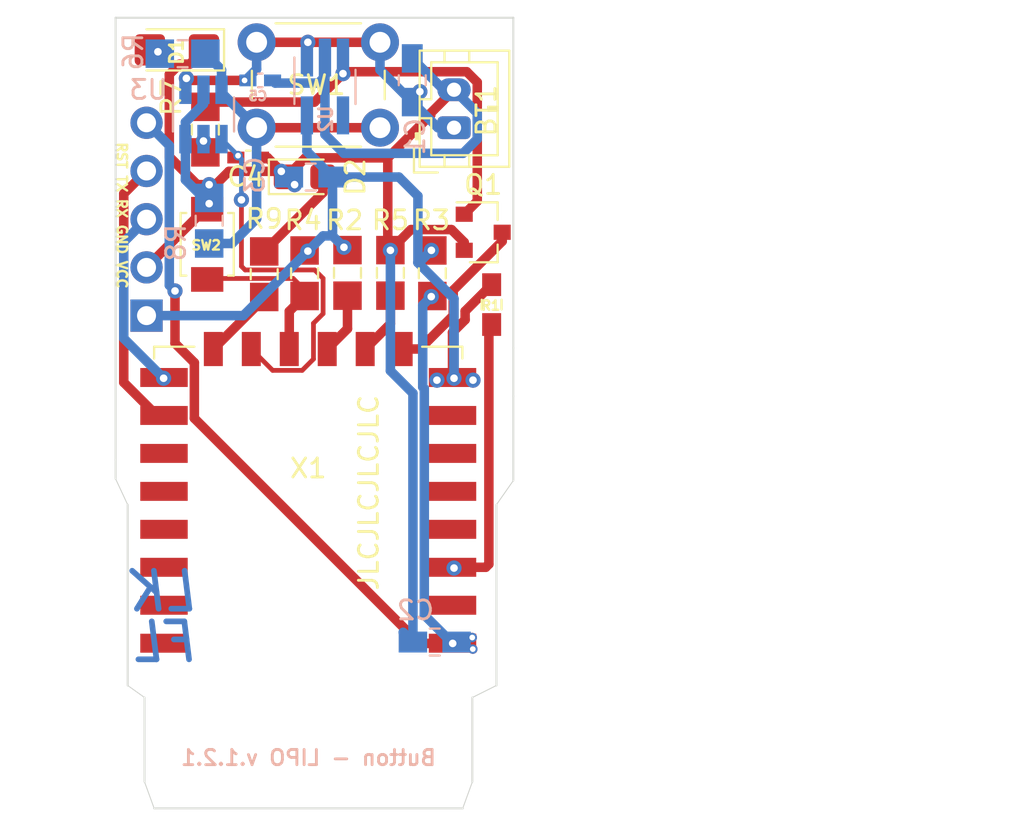
<source format=kicad_pcb>
(kicad_pcb (version 20171130) (host pcbnew "(5.1.9)-1")

  (general
    (thickness 1.6)
    (drawings 23)
    (tracks 181)
    (zones 0)
    (modules 24)
    (nets 19)
  )

  (page A4)
  (layers
    (0 F.Cu signal)
    (31 B.Cu signal)
    (32 B.Adhes user)
    (33 F.Adhes user)
    (34 B.Paste user)
    (35 F.Paste user)
    (36 B.SilkS user)
    (37 F.SilkS user)
    (38 B.Mask user)
    (39 F.Mask user)
    (40 Dwgs.User user)
    (41 Cmts.User user)
    (42 Eco1.User user)
    (43 Eco2.User user)
    (44 Edge.Cuts user)
    (45 Margin user)
    (46 B.CrtYd user hide)
    (47 F.CrtYd user hide)
    (48 B.Fab user hide)
    (49 F.Fab user)
  )

  (setup
    (last_trace_width 0.5)
    (user_trace_width 0.5)
    (trace_clearance 0.1)
    (zone_clearance 0.508)
    (zone_45_only no)
    (trace_min 0.2)
    (via_size 0.8)
    (via_drill 0.4)
    (via_min_size 0.4)
    (via_min_drill 0.3)
    (user_via 0.5 0.3)
    (uvia_size 0.3)
    (uvia_drill 0.1)
    (uvias_allowed no)
    (uvia_min_size 0.2)
    (uvia_min_drill 0.1)
    (edge_width 0.05)
    (segment_width 0.2)
    (pcb_text_width 0.3)
    (pcb_text_size 1.5 1.5)
    (mod_edge_width 0.12)
    (mod_text_size 1 1)
    (mod_text_width 0.15)
    (pad_size 1.524 1.524)
    (pad_drill 0.762)
    (pad_to_mask_clearance 0.051)
    (solder_mask_min_width 0.25)
    (aux_axis_origin 0 0)
    (visible_elements 7FFFFFFF)
    (pcbplotparams
      (layerselection 0x010fc_ffffffff)
      (usegerberextensions false)
      (usegerberattributes false)
      (usegerberadvancedattributes true)
      (creategerberjobfile false)
      (excludeedgelayer true)
      (linewidth 0.150000)
      (plotframeref false)
      (viasonmask false)
      (mode 1)
      (useauxorigin true)
      (hpglpennumber 1)
      (hpglpenspeed 20)
      (hpglpendiameter 15.000000)
      (psnegative false)
      (psa4output false)
      (plotreference true)
      (plotvalue true)
      (plotinvisibletext false)
      (padsonsilk false)
      (subtractmaskfromsilk false)
      (outputformat 1)
      (mirror false)
      (drillshape 0)
      (scaleselection 1)
      (outputdirectory "Gerber/"))
  )

  (net 0 "")
  (net 1 /VCC)
  (net 2 /GND)
  (net 3 /RST)
  (net 4 /RX)
  (net 5 /TX)
  (net 6 /EN)
  (net 7 /GPIO2)
  (net 8 /GPIO0)
  (net 9 "Net-(BT1-Pad1)")
  (net 10 /GPIO15)
  (net 11 "Net-(R7-Pad2)")
  (net 12 /GPIO4)
  (net 13 "Net-(D2-Pad2)")
  (net 14 /GPIO5)
  (net 15 "Net-(D1-Pad2)")
  (net 16 "Net-(R6-Pad2)")
  (net 17 "Net-(Q1-Pad1)")
  (net 18 /GND_ESP)

  (net_class Default "This is the default net class."
    (clearance 0.1)
    (trace_width 0.25)
    (via_dia 0.8)
    (via_drill 0.4)
    (uvia_dia 0.3)
    (uvia_drill 0.1)
    (add_net /EN)
    (add_net /GND)
    (add_net /GND_ESP)
    (add_net /GPIO0)
    (add_net /GPIO15)
    (add_net /GPIO2)
    (add_net /GPIO4)
    (add_net /GPIO5)
    (add_net /RST)
    (add_net /RX)
    (add_net /TX)
    (add_net /VCC)
    (add_net "Net-(BT1-Pad1)")
    (add_net "Net-(D1-Pad2)")
    (add_net "Net-(D2-Pad2)")
    (add_net "Net-(Q1-Pad1)")
    (add_net "Net-(R6-Pad2)")
    (add_net "Net-(R7-Pad2)")
  )

  (module Package_TO_SOT_SMD:SOT-23 (layer F.Cu) (tedit 5A02FF57) (tstamp 60357771)
    (at 134.9375 72.009)
    (descr "SOT-23, Standard")
    (tags SOT-23)
    (path /6035A1B7)
    (attr smd)
    (fp_text reference Q1 (at 0 -2.5) (layer F.SilkS)
      (effects (font (size 1 1) (thickness 0.15)))
    )
    (fp_text value mmbt2222 (at 0 2.5) (layer F.Fab)
      (effects (font (size 1 1) (thickness 0.15)))
    )
    (fp_text user %R (at 0 0 90) (layer F.Fab)
      (effects (font (size 0.5 0.5) (thickness 0.075)))
    )
    (fp_line (start -0.7 -0.95) (end -0.7 1.5) (layer F.Fab) (width 0.1))
    (fp_line (start -0.15 -1.52) (end 0.7 -1.52) (layer F.Fab) (width 0.1))
    (fp_line (start -0.7 -0.95) (end -0.15 -1.52) (layer F.Fab) (width 0.1))
    (fp_line (start 0.7 -1.52) (end 0.7 1.52) (layer F.Fab) (width 0.1))
    (fp_line (start -0.7 1.52) (end 0.7 1.52) (layer F.Fab) (width 0.1))
    (fp_line (start 0.76 1.58) (end 0.76 0.65) (layer F.SilkS) (width 0.12))
    (fp_line (start 0.76 -1.58) (end 0.76 -0.65) (layer F.SilkS) (width 0.12))
    (fp_line (start -1.7 -1.75) (end 1.7 -1.75) (layer F.CrtYd) (width 0.05))
    (fp_line (start 1.7 -1.75) (end 1.7 1.75) (layer F.CrtYd) (width 0.05))
    (fp_line (start 1.7 1.75) (end -1.7 1.75) (layer F.CrtYd) (width 0.05))
    (fp_line (start -1.7 1.75) (end -1.7 -1.75) (layer F.CrtYd) (width 0.05))
    (fp_line (start 0.76 -1.58) (end -1.4 -1.58) (layer F.SilkS) (width 0.12))
    (fp_line (start 0.76 1.58) (end -0.7 1.58) (layer F.SilkS) (width 0.12))
    (pad 3 smd rect (at 1 0) (size 0.9 0.8) (layers F.Cu F.Paste F.Mask)
      (net 18 /GND_ESP))
    (pad 2 smd rect (at -1 0.95) (size 0.9 0.8) (layers F.Cu F.Paste F.Mask)
      (net 2 /GND))
    (pad 1 smd rect (at -1 -0.95) (size 0.9 0.8) (layers F.Cu F.Paste F.Mask)
      (net 17 "Net-(Q1-Pad1)"))
    (model ${KISYS3DMOD}/Package_TO_SOT_SMD.3dshapes/SOT-23.wrl
      (at (xyz 0 0 0))
      (scale (xyz 1 1 1))
      (rotate (xyz 0 0 0))
    )
  )

  (module handsolder:R_0603_1608Metric_Pad0.98x0.95mm_HandSolder_mod (layer F.Cu) (tedit 603556D4) (tstamp 6035635E)
    (at 135.382 75.819 90)
    (descr "Resistor SMD 0603 (1608 Metric), square (rectangular) end terminal, IPC_7351 nominal with elongated pad for handsoldering. (Body size source: IPC-SM-782 page 72, https://www.pcb-3d.com/wordpress/wp-content/uploads/ipc-sm-782a_amendment_1_and_2.pdf), generated with kicad-footprint-generator")
    (tags "resistor handsolder")
    (path /603574BD)
    (attr smd)
    (fp_text reference R1 (at -0.05 -0.05) (layer F.SilkS)
      (effects (font (size 0.5 0.5) (thickness 0.125)))
    )
    (fp_text value 10k (at 0 1.43 90) (layer F.Fab)
      (effects (font (size 1 1) (thickness 0.15)))
    )
    (fp_line (start -0.8 0.4125) (end -0.8 -0.4125) (layer F.Fab) (width 0.1))
    (fp_line (start -0.8 -0.4125) (end 0.8 -0.4125) (layer F.Fab) (width 0.1))
    (fp_line (start 0.8 -0.4125) (end 0.8 0.4125) (layer F.Fab) (width 0.1))
    (fp_line (start 0.8 0.4125) (end -0.8 0.4125) (layer F.Fab) (width 0.1))
    (fp_line (start -0.254724 -0.5225) (end 0.254724 -0.5225) (layer F.SilkS) (width 0.12))
    (fp_line (start -0.254724 0.5225) (end 0.254724 0.5225) (layer F.SilkS) (width 0.12))
    (fp_line (start -1.65 0.73) (end -1.65 -0.73) (layer F.CrtYd) (width 0.05))
    (fp_line (start -1.65 -0.73) (end 1.65 -0.73) (layer F.CrtYd) (width 0.05))
    (fp_line (start 1.65 -0.73) (end 1.65 0.73) (layer F.CrtYd) (width 0.05))
    (fp_line (start 1.65 0.73) (end -1.65 0.73) (layer F.CrtYd) (width 0.05))
    (fp_text user %R (at 0 0 90) (layer F.Fab)
      (effects (font (size 0.4 0.4) (thickness 0.06)))
    )
    (pad 2 smd rect (at 1.05 0 90) (size 1.2 1) (layers F.Cu F.Paste F.Mask)
      (net 1 /VCC))
    (pad 1 smd rect (at -1.05 0 90) (size 1.2 1) (layers F.Cu F.Paste F.Mask)
      (net 6 /EN))
    (model ${KISYS3DMOD}/Resistor_SMD.3dshapes/R_0603_1608Metric.wrl
      (at (xyz 0 0 0))
      (scale (xyz 1 1 1))
      (rotate (xyz 0 0 0))
    )
  )

  (module handsolder:C_0402_1005Metric_Pad0.74x0.62mm_HandSoldermod (layer B.Cu) (tedit 60342830) (tstamp 6034F44F)
    (at 123.19 64.008)
    (descr "Capacitor SMD 0402 (1005 Metric), square (rectangular) end terminal, IPC_7351 nominal with elongated pad for handsoldering. (Body size source: IPC-SM-782 page 76, https://www.pcb-3d.com/wordpress/wp-content/uploads/ipc-sm-782a_amendment_1_and_2.pdf), generated with kicad-footprint-generator")
    (tags "capacitor handsolder")
    (path /6034F39F)
    (attr smd)
    (fp_text reference C5 (at -0.127 0.8255 180) (layer B.SilkS)
      (effects (font (size 0.5 0.5) (thickness 0.125)) (justify mirror))
    )
    (fp_text value 100nF (at 0 -1.16) (layer B.Fab)
      (effects (font (size 1 1) (thickness 0.15)) (justify mirror))
    )
    (fp_line (start -0.5 -0.25) (end -0.5 0.25) (layer B.Fab) (width 0.1))
    (fp_line (start -0.5 0.25) (end 0.5 0.25) (layer B.Fab) (width 0.1))
    (fp_line (start 0.5 0.25) (end 0.5 -0.25) (layer B.Fab) (width 0.1))
    (fp_line (start 0.5 -0.25) (end -0.5 -0.25) (layer B.Fab) (width 0.1))
    (fp_line (start -0.115835 0.36) (end 0.115835 0.36) (layer B.SilkS) (width 0.12))
    (fp_line (start -0.115835 -0.36) (end 0.115835 -0.36) (layer B.SilkS) (width 0.12))
    (fp_line (start -1.08 -0.46) (end -1.08 0.46) (layer B.CrtYd) (width 0.05))
    (fp_line (start -1.08 0.46) (end 1.08 0.46) (layer B.CrtYd) (width 0.05))
    (fp_line (start 1.08 0.46) (end 1.08 -0.46) (layer B.CrtYd) (width 0.05))
    (fp_line (start 1.08 -0.46) (end -1.08 -0.46) (layer B.CrtYd) (width 0.05))
    (fp_text user %R (at 0 0) (layer B.Fab)
      (effects (font (size 0.25 0.25) (thickness 0.04)) (justify mirror))
    )
    (pad 2 smd rect (at 0.65 0) (size 0.9 0.62) (layers B.Cu B.Paste B.Mask)
      (net 2 /GND))
    (pad 1 smd rect (at -0.65 0) (size 0.9 0.62) (layers B.Cu B.Paste B.Mask)
      (net 9 "Net-(BT1-Pad1)"))
    (model ${KISYS3DMOD}/Capacitor_SMD.3dshapes/C_0402_1005Metric.wrl
      (at (xyz 0 0 0))
      (scale (xyz 1 1 1))
      (rotate (xyz 0 0 0))
    )
  )

  (module Button_Switch_SMD:SW_SPST_B3U-1000P (layer F.Cu) (tedit 60353A91) (tstamp 6032692A)
    (at 120.396 72.644 90)
    (descr "Ultra-small-sized Tactile Switch with High Contact Reliability, Top-actuated Model, without Ground Terminal, without Boss")
    (tags "Tactile Switch")
    (path /602CDBD4)
    (attr smd)
    (fp_text reference SW2 (at -0.05 -0.05) (layer F.SilkS)
      (effects (font (size 0.5 0.5) (thickness 0.125)))
    )
    (fp_text value SW_Push (at 0 2.5 90) (layer F.Fab)
      (effects (font (size 1 1) (thickness 0.15)))
    )
    (fp_circle (center 0 0) (end 0.75 0) (layer F.Fab) (width 0.1))
    (fp_line (start -1.5 1.25) (end -1.5 -1.25) (layer F.Fab) (width 0.1))
    (fp_line (start 1.5 1.25) (end -1.5 1.25) (layer F.Fab) (width 0.1))
    (fp_line (start 1.5 -1.25) (end 1.5 1.25) (layer F.Fab) (width 0.1))
    (fp_line (start -1.5 -1.25) (end 1.5 -1.25) (layer F.Fab) (width 0.1))
    (fp_line (start 1.65 -1.4) (end 1.65 -1.1) (layer F.SilkS) (width 0.12))
    (fp_line (start -1.65 -1.4) (end 1.65 -1.4) (layer F.SilkS) (width 0.12))
    (fp_line (start -1.65 -1.1) (end -1.65 -1.4) (layer F.SilkS) (width 0.12))
    (fp_line (start 1.65 1.4) (end 1.65 1.1) (layer F.SilkS) (width 0.12))
    (fp_line (start -1.65 1.4) (end 1.65 1.4) (layer F.SilkS) (width 0.12))
    (fp_line (start -1.65 1.1) (end -1.65 1.4) (layer F.SilkS) (width 0.12))
    (fp_line (start -2.5 -1.65) (end -2.5 1.65) (layer F.CrtYd) (width 0.05))
    (fp_line (start 2.5 -1.65) (end -2.5 -1.65) (layer F.CrtYd) (width 0.05))
    (fp_line (start 2.5 1.65) (end 2.5 -1.65) (layer F.CrtYd) (width 0.05))
    (fp_line (start -2.5 1.65) (end 2.5 1.65) (layer F.CrtYd) (width 0.05))
    (fp_text user %R (at 0 -2.5 90) (layer F.Fab)
      (effects (font (size 1 1) (thickness 0.15)))
    )
    (pad 2 smd rect (at 1.85 0 90) (size 1.3 1.7) (layers F.Cu F.Paste F.Mask)
      (net 2 /GND))
    (pad 1 smd rect (at -1.85 0 90) (size 1.3 1.7) (layers F.Cu F.Paste F.Mask)
      (net 8 /GPIO0))
    (model ${KISYS3DMOD}/Button_Switch_SMD.3dshapes/SW_SPST_B3U-1000P.wrl
      (at (xyz 0 0 0))
      (scale (xyz 1 1 1))
      (rotate (xyz 0 0 0))
    )
  )

  (module Connector_PinSocket_2.54mm:PinSocket_1x05_P2.54mm_Vertical (layer F.Cu) (tedit 603537B0) (tstamp 60326824)
    (at 117.2 76.4 180)
    (descr "Through hole straight socket strip, 1x05, 2.54mm pitch, single row (from Kicad 4.0.7), script generated")
    (tags "Through hole socket strip THT 1x05 2.54mm single row")
    (path /60301345)
    (fp_text reference J1 (at 0 -2.77) (layer F.SilkS) hide
      (effects (font (size 1 1) (thickness 0.15)))
    )
    (fp_text value Conn_01x05_Female (at 0 12.93) (layer F.Fab)
      (effects (font (size 1 1) (thickness 0.15)))
    )
    (fp_line (start -1.8 11.9) (end -1.8 -1.8) (layer F.CrtYd) (width 0.05))
    (fp_line (start 1.75 11.9) (end -1.8 11.9) (layer F.CrtYd) (width 0.05))
    (fp_line (start 1.75 -1.8) (end 1.75 11.9) (layer F.CrtYd) (width 0.05))
    (fp_line (start -1.8 -1.8) (end 1.75 -1.8) (layer F.CrtYd) (width 0.05))
    (fp_line (start -1.27 11.43) (end -1.27 -1.27) (layer F.Fab) (width 0.1))
    (fp_line (start 1.27 11.43) (end -1.27 11.43) (layer F.Fab) (width 0.1))
    (fp_line (start 1.27 -0.635) (end 1.27 11.43) (layer F.Fab) (width 0.1))
    (fp_line (start 0.635 -1.27) (end 1.27 -0.635) (layer F.Fab) (width 0.1))
    (fp_line (start -1.27 -1.27) (end 0.635 -1.27) (layer F.Fab) (width 0.1))
    (fp_text user %R (at 0 5.08 90) (layer F.Fab)
      (effects (font (size 1 1) (thickness 0.15)))
    )
    (pad 5 thru_hole oval (at 0 10.16 180) (size 1.7 1.7) (drill 1) (layers *.Cu *.Mask)
      (net 3 /RST))
    (pad 4 thru_hole oval (at 0 7.62 180) (size 1.7 1.7) (drill 1) (layers *.Cu *.Mask)
      (net 5 /TX))
    (pad 3 thru_hole oval (at 0 5.08 180) (size 1.7 1.7) (drill 1) (layers *.Cu *.Mask)
      (net 4 /RX))
    (pad 2 thru_hole oval (at 0 2.54 180) (size 1.7 1.7) (drill 1) (layers *.Cu *.Mask)
      (net 2 /GND))
    (pad 1 thru_hole rect (at 0 0 180) (size 1.7 1.7) (drill 1) (layers *.Cu *.Mask)
      (net 1 /VCC))
    (model ${KISYS3DMOD}/Connector_PinSocket_2.54mm.3dshapes/PinSocket_1x05_P2.54mm_Vertical.wrl
      (at (xyz 0 0 0))
      (scale (xyz 1 1 1))
      (rotate (xyz 0 0 0))
    )
  )

  (module Button_Switch_THT:SW_PUSH_6mm_H8mm (layer F.Cu) (tedit 60353762) (tstamp 60326911)
    (at 123 62)
    (descr "tactile push button, 6x6mm e.g. PHAP33xx series, height=8mm")
    (tags "tact sw push 6mm")
    (path /602CFCB7)
    (fp_text reference SW1 (at 3.15 2.25) (layer F.SilkS)
      (effects (font (size 1 1) (thickness 0.15)))
    )
    (fp_text value SW_Push (at 3.75 6.7) (layer F.Fab)
      (effects (font (size 1 1) (thickness 0.15)))
    )
    (fp_circle (center 3.25 2.25) (end 1.25 2.5) (layer F.Fab) (width 0.1))
    (fp_line (start 6.75 3) (end 6.75 1.5) (layer F.SilkS) (width 0.12))
    (fp_line (start 5.5 -1) (end 1 -1) (layer F.SilkS) (width 0.12))
    (fp_line (start -0.25 1.5) (end -0.25 3) (layer F.SilkS) (width 0.12))
    (fp_line (start 1 5.5) (end 5.5 5.5) (layer F.SilkS) (width 0.12))
    (fp_line (start 8 -1.25) (end 8 5.75) (layer F.CrtYd) (width 0.05))
    (fp_line (start 7.75 6) (end -1.25 6) (layer F.CrtYd) (width 0.05))
    (fp_line (start -1.5 5.75) (end -1.5 -1.25) (layer F.CrtYd) (width 0.05))
    (fp_line (start -1.25 -1.5) (end 7.75 -1.5) (layer F.CrtYd) (width 0.05))
    (fp_line (start -1.5 6) (end -1.25 6) (layer F.CrtYd) (width 0.05))
    (fp_line (start -1.5 5.75) (end -1.5 6) (layer F.CrtYd) (width 0.05))
    (fp_line (start -1.5 -1.5) (end -1.25 -1.5) (layer F.CrtYd) (width 0.05))
    (fp_line (start -1.5 -1.25) (end -1.5 -1.5) (layer F.CrtYd) (width 0.05))
    (fp_line (start 8 -1.5) (end 8 -1.25) (layer F.CrtYd) (width 0.05))
    (fp_line (start 7.75 -1.5) (end 8 -1.5) (layer F.CrtYd) (width 0.05))
    (fp_line (start 8 6) (end 8 5.75) (layer F.CrtYd) (width 0.05))
    (fp_line (start 7.75 6) (end 8 6) (layer F.CrtYd) (width 0.05))
    (fp_line (start 0.25 -0.75) (end 3.25 -0.75) (layer F.Fab) (width 0.1))
    (fp_line (start 0.25 5.25) (end 0.25 -0.75) (layer F.Fab) (width 0.1))
    (fp_line (start 6.25 5.25) (end 0.25 5.25) (layer F.Fab) (width 0.1))
    (fp_line (start 6.25 -0.75) (end 6.25 5.25) (layer F.Fab) (width 0.1))
    (fp_line (start 3.25 -0.75) (end 6.25 -0.75) (layer F.Fab) (width 0.1))
    (fp_text user %R (at 3.25 2.25) (layer F.Fab)
      (effects (font (size 1 1) (thickness 0.15)))
    )
    (pad 1 thru_hole circle (at 6.5 0 90) (size 2 2) (drill 1.1) (layers *.Cu *.Mask)
      (net 9 "Net-(BT1-Pad1)"))
    (pad 2 thru_hole circle (at 6.5 4.5 90) (size 2 2) (drill 1.1) (layers *.Cu *.Mask)
      (net 16 "Net-(R6-Pad2)"))
    (pad 1 thru_hole circle (at 0 0 90) (size 2 2) (drill 1.1) (layers *.Cu *.Mask)
      (net 9 "Net-(BT1-Pad1)"))
    (pad 2 thru_hole circle (at 0 4.5 90) (size 2 2) (drill 1.1) (layers *.Cu *.Mask)
      (net 16 "Net-(R6-Pad2)"))
    (model ${KISYS3DMOD}/Button_Switch_THT.3dshapes/SW_PUSH_6mm_H8mm.wrl
      (at (xyz 0 0 0))
      (scale (xyz 1 1 1))
      (rotate (xyz 0 0 0))
    )
  )

  (module handsolder:ESP-12Elesssilk (layer F.Cu) (tedit 60343770) (tstamp 603269A6)
    (at 125.72 90.16 180)
    (descr "Wi-Fi Module, http://wiki.ai-thinker.com/_media/esp8266/docs/aithinker_esp_12f_datasheet_en.pdf")
    (tags "Wi-Fi Module")
    (path /602C0443)
    (attr smd)
    (fp_text reference X1 (at 0 5.715 180) (layer F.SilkS)
      (effects (font (size 1 1) (thickness 0.15)))
    )
    (fp_text value ESP-12E (at -0.06 -12.78 180) (layer F.Fab)
      (effects (font (size 1 1) (thickness 0.15)))
    )
    (fp_line (start 5.56 -4.8) (end 8.12 -7.36) (layer Dwgs.User) (width 0.12))
    (fp_line (start 2.56 -4.8) (end 8.12 -10.36) (layer Dwgs.User) (width 0.12))
    (fp_line (start -0.44 -4.8) (end 6.88 -12.12) (layer Dwgs.User) (width 0.12))
    (fp_line (start -3.44 -4.8) (end 3.88 -12.12) (layer Dwgs.User) (width 0.12))
    (fp_line (start -6.44 -4.8) (end 0.88 -12.12) (layer Dwgs.User) (width 0.12))
    (fp_line (start -8.12 -6.12) (end -2.12 -12.12) (layer Dwgs.User) (width 0.12))
    (fp_line (start -8.12 -9.12) (end -5.12 -12.12) (layer Dwgs.User) (width 0.12))
    (fp_line (start -8.12 -4.8) (end -8.12 -12.12) (layer Dwgs.User) (width 0.12))
    (fp_line (start 8.12 -4.8) (end -8.12 -4.8) (layer Dwgs.User) (width 0.12))
    (fp_line (start 8.12 -12.12) (end 8.12 -4.8) (layer Dwgs.User) (width 0.12))
    (fp_line (start -8.12 -12.12) (end 8.12 -12.12) (layer Dwgs.User) (width 0.12))
    (fp_line (start -8.12 12.12) (end -8.12 11.5) (layer F.SilkS) (width 0.12))
    (fp_line (start -6 12.12) (end -8.12 12.12) (layer F.SilkS) (width 0.12))
    (fp_line (start 8.12 12.12) (end 6 12.12) (layer F.SilkS) (width 0.12))
    (fp_line (start 8.12 11.5) (end 8.12 12.12) (layer F.SilkS) (width 0.12))
    (fp_line (start -9.05 13.1) (end -9.05 -12.2) (layer F.CrtYd) (width 0.05))
    (fp_line (start 9.05 13.1) (end -9.05 13.1) (layer F.CrtYd) (width 0.05))
    (fp_line (start 9.05 -12.2) (end 9.05 13.1) (layer F.CrtYd) (width 0.05))
    (fp_line (start -9.05 -12.2) (end 9.05 -12.2) (layer F.CrtYd) (width 0.05))
    (fp_line (start -8 -4) (end -8 -12) (layer F.Fab) (width 0.12))
    (fp_line (start -7.5 -3.5) (end -8 -4) (layer F.Fab) (width 0.12))
    (fp_line (start -8 -3) (end -7.5 -3.5) (layer F.Fab) (width 0.12))
    (fp_line (start -8 12) (end -8 -3) (layer F.Fab) (width 0.12))
    (fp_line (start 8 12) (end -8 12) (layer F.Fab) (width 0.12))
    (fp_line (start 8 -12) (end 8 12) (layer F.Fab) (width 0.12))
    (fp_line (start -8 -12) (end 8 -12) (layer F.Fab) (width 0.12))
    (fp_text user %R (at 0.49 -0.8 180) (layer F.Fab)
      (effects (font (size 1 1) (thickness 0.15)))
    )
    (fp_text user "KEEP-OUT ZONE" (at 0.03 -9.55) (layer Cmts.User)
      (effects (font (size 1 1) (thickness 0.15)))
    )
    (fp_text user Antenna (at -0.06 -7) (layer Cmts.User)
      (effects (font (size 1 1) (thickness 0.15)))
    )
    (pad 22 smd rect (at 7.6 -3.5 180) (size 2.5 1) (layers F.Cu F.Paste F.Mask))
    (pad 21 smd rect (at 7.6 -1.5 180) (size 2.5 1) (layers F.Cu F.Paste F.Mask))
    (pad 20 smd rect (at 7.6 0.5 180) (size 2.5 1) (layers F.Cu F.Paste F.Mask))
    (pad 19 smd rect (at 7.6 2.5 180) (size 2.5 1) (layers F.Cu F.Paste F.Mask))
    (pad 18 smd rect (at 7.6 4.5 180) (size 2.5 1) (layers F.Cu F.Paste F.Mask))
    (pad 17 smd rect (at 7.6 6.5 180) (size 2.5 1) (layers F.Cu F.Paste F.Mask))
    (pad 16 smd rect (at 7.6 8.5 180) (size 2.5 1) (layers F.Cu F.Paste F.Mask)
      (net 5 /TX))
    (pad 15 smd rect (at 7.6 10.5 180) (size 2.5 1) (layers F.Cu F.Paste F.Mask)
      (net 4 /RX))
    (pad 14 smd rect (at 5 12 180) (size 1 1.8) (layers F.Cu F.Paste F.Mask)
      (net 14 /GPIO5))
    (pad 13 smd rect (at 3 12 180) (size 1 1.8) (layers F.Cu F.Paste F.Mask)
      (net 12 /GPIO4))
    (pad 12 smd rect (at 1 12 180) (size 1 1.8) (layers F.Cu F.Paste F.Mask)
      (net 8 /GPIO0))
    (pad 11 smd rect (at -1 12 180) (size 1 1.8) (layers F.Cu F.Paste F.Mask)
      (net 7 /GPIO2))
    (pad 10 smd rect (at -3 12 180) (size 1 1.8) (layers F.Cu F.Paste F.Mask)
      (net 10 /GPIO15))
    (pad 9 smd rect (at -5 12 180) (size 1 1.8) (layers F.Cu F.Paste F.Mask)
      (net 18 /GND_ESP))
    (pad 8 smd rect (at -7.6 10.5 180) (size 2.5 1) (layers F.Cu F.Paste F.Mask)
      (net 1 /VCC))
    (pad 7 smd rect (at -7.6 8.5 180) (size 2.5 1) (layers F.Cu F.Paste F.Mask))
    (pad 6 smd rect (at -7.6 6.5 180) (size 2.5 1) (layers F.Cu F.Paste F.Mask))
    (pad 5 smd rect (at -7.6 4.5 180) (size 2.5 1) (layers F.Cu F.Paste F.Mask))
    (pad 4 smd rect (at -7.6 2.5 180) (size 2.5 1) (layers F.Cu F.Paste F.Mask))
    (pad 3 smd rect (at -7.6 0.5 180) (size 2.5 1) (layers F.Cu F.Paste F.Mask)
      (net 6 /EN))
    (pad 2 smd rect (at -7.6 -1.5 180) (size 2.5 1) (layers F.Cu F.Paste F.Mask))
    (pad 1 smd rect (at -7.6 -3.5 180) (size 2.5 1) (layers F.Cu F.Paste F.Mask)
      (net 3 /RST))
    (model ${KISYS3DMOD}/RF_Module.3dshapes/ESP-12E.wrl
      (at (xyz 0 0 0))
      (scale (xyz 1 1 1))
      (rotate (xyz 0 0 0))
    )
  )

  (module Capacitor_SMD:C_0402_1005Metric_Pad0.74x0.62mm_HandSolder (layer F.Cu) (tedit 60342830) (tstamp 6034871F)
    (at 122.555 68.072)
    (descr "Capacitor SMD 0402 (1005 Metric), square (rectangular) end terminal, IPC_7351 nominal with elongated pad for handsoldering. (Body size source: IPC-SM-782 page 76, https://www.pcb-3d.com/wordpress/wp-content/uploads/ipc-sm-782a_amendment_1_and_2.pdf), generated with kicad-footprint-generator")
    (tags "capacitor handsolder")
    (path /6039298F)
    (attr smd)
    (fp_text reference C4 (at -0.127 1.016) (layer F.SilkS)
      (effects (font (size 1 1) (thickness 0.15)))
    )
    (fp_text value 10nf-100nf (at 0 1.16) (layer F.Fab)
      (effects (font (size 1 1) (thickness 0.15)))
    )
    (fp_line (start 1.08 0.46) (end -1.08 0.46) (layer F.CrtYd) (width 0.05))
    (fp_line (start 1.08 -0.46) (end 1.08 0.46) (layer F.CrtYd) (width 0.05))
    (fp_line (start -1.08 -0.46) (end 1.08 -0.46) (layer F.CrtYd) (width 0.05))
    (fp_line (start -1.08 0.46) (end -1.08 -0.46) (layer F.CrtYd) (width 0.05))
    (fp_line (start -0.115835 0.36) (end 0.115835 0.36) (layer F.SilkS) (width 0.12))
    (fp_line (start -0.115835 -0.36) (end 0.115835 -0.36) (layer F.SilkS) (width 0.12))
    (fp_line (start 0.5 0.25) (end -0.5 0.25) (layer F.Fab) (width 0.1))
    (fp_line (start 0.5 -0.25) (end 0.5 0.25) (layer F.Fab) (width 0.1))
    (fp_line (start -0.5 -0.25) (end 0.5 -0.25) (layer F.Fab) (width 0.1))
    (fp_line (start -0.5 0.25) (end -0.5 -0.25) (layer F.Fab) (width 0.1))
    (fp_text user %R (at 0 0) (layer F.Fab)
      (effects (font (size 0.25 0.25) (thickness 0.04)))
    )
    (pad 2 smd rect (at 0.65 0) (size 0.9 0.62) (layers F.Cu F.Paste F.Mask)
      (net 2 /GND))
    (pad 1 smd rect (at -0.65 0) (size 0.9 0.62) (layers F.Cu F.Paste F.Mask)
      (net 12 /GPIO4))
    (model ${KISYS3DMOD}/Capacitor_SMD.3dshapes/C_0402_1005Metric.wrl
      (at (xyz 0 0 0))
      (scale (xyz 1 1 1))
      (rotate (xyz 0 0 0))
    )
  )

  (module handsolder:R_0805_2012handsoldermod (layer B.Cu) (tedit 60004565) (tstamp 603268E1)
    (at 120.5 71.4 90)
    (descr "Resistor SMD 0805 (2012 Metric), square (rectangular) end terminal, IPC_7351 nominal with elongated pad for handsoldering. (Body size source: https://docs.google.com/spreadsheets/d/1BsfQQcO9C6DZCsRaXUlFlo91Tg2WpOkGARC1WS5S8t0/edit?usp=sharing), generated with kicad-footprint-generator")
    (tags "resistor handsolder")
    (path /6031EA78)
    (attr smd)
    (fp_text reference R8 (at -1.16 -1.75 90) (layer B.SilkS)
      (effects (font (size 1 1) (thickness 0.15)) (justify mirror))
    )
    (fp_text value 10k (at 0 -1.65 90) (layer B.Fab) hide
      (effects (font (size 1 1) (thickness 0.15)) (justify mirror))
    )
    (fp_line (start -1 -0.6) (end -1 0.6) (layer B.Fab) (width 0.1))
    (fp_line (start -1 0.6) (end 1 0.6) (layer B.Fab) (width 0.1))
    (fp_line (start 1 0.6) (end 1 -0.6) (layer B.Fab) (width 0.1))
    (fp_line (start 1 -0.6) (end -1 -0.6) (layer B.Fab) (width 0.1))
    (fp_line (start -0.261252 0.71) (end 0.261252 0.71) (layer B.SilkS) (width 0.12))
    (fp_line (start -0.261252 -0.71) (end 0.261252 -0.71) (layer B.SilkS) (width 0.12))
    (fp_line (start -2.05 -0.95) (end -2.05 0.95) (layer B.CrtYd) (width 0.05))
    (fp_line (start -2.05 0.95) (end 2.05 0.95) (layer B.CrtYd) (width 0.05))
    (fp_line (start 2.05 0.95) (end 2.05 -0.95) (layer B.CrtYd) (width 0.05))
    (fp_line (start 2.05 -0.95) (end -2.05 -0.95) (layer B.CrtYd) (width 0.05))
    (fp_text user %R (at 0 0 90) (layer B.Fab)
      (effects (font (size 0.5 0.5) (thickness 0.08)) (justify mirror))
    )
    (pad 2 smd rect (at 1.2 0 90) (size 1.5 1.5) (layers B.Cu B.Paste B.Mask)
      (net 2 /GND))
    (pad 1 smd rect (at -1.2 0 90) (size 1.5 1.5) (layers B.Cu B.Paste B.Mask)
      (net 16 "Net-(R6-Pad2)"))
    (model ${KISYS3DMOD}/Resistor_SMD.3dshapes/R_0805_2012Metric.wrl
      (at (xyz 0 0 0))
      (scale (xyz 1 1 1))
      (rotate (xyz 0 0 0))
    )
  )

  (module Connector_JST:JST_PH_B2B-PH-K_1x02_P2.00mm_Vertical (layer F.Cu) (tedit 5B7745C2) (tstamp 60326788)
    (at 133.4 66.5 90)
    (descr "JST PH series connector, B2B-PH-K (http://www.jst-mfg.com/product/pdf/eng/ePH.pdf), generated with kicad-footprint-generator")
    (tags "connector JST PH side entry")
    (path /602C3B33)
    (fp_text reference BT1 (at 0.9 1.7 -90) (layer F.SilkS)
      (effects (font (size 1 1) (thickness 0.15)))
    )
    (fp_text value Battery_Cell (at 1 4 -90) (layer F.Fab)
      (effects (font (size 1 1) (thickness 0.15)))
    )
    (fp_line (start -2.06 -1.81) (end -2.06 2.91) (layer F.SilkS) (width 0.12))
    (fp_line (start -2.06 2.91) (end 4.06 2.91) (layer F.SilkS) (width 0.12))
    (fp_line (start 4.06 2.91) (end 4.06 -1.81) (layer F.SilkS) (width 0.12))
    (fp_line (start 4.06 -1.81) (end -2.06 -1.81) (layer F.SilkS) (width 0.12))
    (fp_line (start -0.3 -1.81) (end -0.3 -2.01) (layer F.SilkS) (width 0.12))
    (fp_line (start -0.3 -2.01) (end -0.6 -2.01) (layer F.SilkS) (width 0.12))
    (fp_line (start -0.6 -2.01) (end -0.6 -1.81) (layer F.SilkS) (width 0.12))
    (fp_line (start -0.3 -1.91) (end -0.6 -1.91) (layer F.SilkS) (width 0.12))
    (fp_line (start 0.5 -1.81) (end 0.5 -1.2) (layer F.SilkS) (width 0.12))
    (fp_line (start 0.5 -1.2) (end -1.45 -1.2) (layer F.SilkS) (width 0.12))
    (fp_line (start -1.45 -1.2) (end -1.45 2.3) (layer F.SilkS) (width 0.12))
    (fp_line (start -1.45 2.3) (end 3.45 2.3) (layer F.SilkS) (width 0.12))
    (fp_line (start 3.45 2.3) (end 3.45 -1.2) (layer F.SilkS) (width 0.12))
    (fp_line (start 3.45 -1.2) (end 1.5 -1.2) (layer F.SilkS) (width 0.12))
    (fp_line (start 1.5 -1.2) (end 1.5 -1.81) (layer F.SilkS) (width 0.12))
    (fp_line (start -2.06 -0.5) (end -1.45 -0.5) (layer F.SilkS) (width 0.12))
    (fp_line (start -2.06 0.8) (end -1.45 0.8) (layer F.SilkS) (width 0.12))
    (fp_line (start 4.06 -0.5) (end 3.45 -0.5) (layer F.SilkS) (width 0.12))
    (fp_line (start 4.06 0.8) (end 3.45 0.8) (layer F.SilkS) (width 0.12))
    (fp_line (start 0.9 2.3) (end 0.9 1.8) (layer F.SilkS) (width 0.12))
    (fp_line (start 0.9 1.8) (end 1.1 1.8) (layer F.SilkS) (width 0.12))
    (fp_line (start 1.1 1.8) (end 1.1 2.3) (layer F.SilkS) (width 0.12))
    (fp_line (start 1 2.3) (end 1 1.8) (layer F.SilkS) (width 0.12))
    (fp_line (start -1.11 -2.11) (end -2.36 -2.11) (layer F.SilkS) (width 0.12))
    (fp_line (start -2.36 -2.11) (end -2.36 -0.86) (layer F.SilkS) (width 0.12))
    (fp_line (start -1.11 -2.11) (end -2.36 -2.11) (layer F.Fab) (width 0.1))
    (fp_line (start -2.36 -2.11) (end -2.36 -0.86) (layer F.Fab) (width 0.1))
    (fp_line (start -1.95 -1.7) (end -1.95 2.8) (layer F.Fab) (width 0.1))
    (fp_line (start -1.95 2.8) (end 3.95 2.8) (layer F.Fab) (width 0.1))
    (fp_line (start 3.95 2.8) (end 3.95 -1.7) (layer F.Fab) (width 0.1))
    (fp_line (start 3.95 -1.7) (end -1.95 -1.7) (layer F.Fab) (width 0.1))
    (fp_line (start -2.45 -2.2) (end -2.45 3.3) (layer F.CrtYd) (width 0.05))
    (fp_line (start -2.45 3.3) (end 4.45 3.3) (layer F.CrtYd) (width 0.05))
    (fp_line (start 4.45 3.3) (end 4.45 -2.2) (layer F.CrtYd) (width 0.05))
    (fp_line (start 4.45 -2.2) (end -2.45 -2.2) (layer F.CrtYd) (width 0.05))
    (fp_text user %R (at 1 1.5 -90) (layer F.Fab)
      (effects (font (size 1 1) (thickness 0.15)))
    )
    (pad 2 thru_hole oval (at 2 0 90) (size 1.2 1.75) (drill 0.75) (layers *.Cu *.Mask)
      (net 2 /GND))
    (pad 1 thru_hole roundrect (at 0 0 90) (size 1.2 1.75) (drill 0.75) (layers *.Cu *.Mask) (roundrect_rratio 0.208333)
      (net 9 "Net-(BT1-Pad1)"))
    (model ${KISYS3DMOD}/Connector_JST.3dshapes/JST_PH_B2B-PH-K_1x02_P2.00mm_Vertical.wrl
      (at (xyz 0 0 0))
      (scale (xyz 1 1 1))
      (rotate (xyz 0 0 0))
    )
  )

  (module handsolder:C_0805_2012handsodermod (layer B.Cu) (tedit 60326176) (tstamp 603267C3)
    (at 131.2 64 270)
    (descr "Capacitor SMD 0805 (2012 Metric), square (rectangular) end terminal, IPC_7351 nominal with elongated pad for handsoldering. (Body size source: https://docs.google.com/spreadsheets/d/1BsfQQcO9C6DZCsRaXUlFlo91Tg2WpOkGARC1WS5S8t0/edit?usp=sharing), generated with kicad-footprint-generator")
    (tags "capacitor handsolder")
    (path /602D0C1F)
    (attr smd)
    (fp_text reference C1 (at 2.9718 -0.1524 270) (layer B.SilkS)
      (effects (font (size 1 1) (thickness 0.15)) (justify mirror))
    )
    (fp_text value 10uF (at 0 -1.65 270) (layer B.Fab) hide
      (effects (font (size 1 1) (thickness 0.15)) (justify mirror))
    )
    (fp_line (start -1 -0.6) (end -1 0.6) (layer B.Fab) (width 0.1))
    (fp_line (start -1 0.6) (end 1 0.6) (layer B.Fab) (width 0.1))
    (fp_line (start 1 0.6) (end 1 -0.6) (layer B.Fab) (width 0.1))
    (fp_line (start 1 -0.6) (end -1 -0.6) (layer B.Fab) (width 0.1))
    (fp_line (start -0.261252 0.71) (end 0.261252 0.71) (layer B.SilkS) (width 0.12))
    (fp_line (start -0.261252 -0.71) (end 0.261252 -0.71) (layer B.SilkS) (width 0.12))
    (fp_line (start -2 -0.85) (end -2 0.85) (layer B.CrtYd) (width 0.05))
    (fp_line (start -2 0.85) (end 2.05 0.85) (layer B.CrtYd) (width 0.05))
    (fp_line (start 2.05 0.85) (end 2.05 -0.85) (layer B.CrtYd) (width 0.05))
    (fp_line (start 2.05 -0.85) (end -2 -0.85) (layer B.CrtYd) (width 0.05))
    (fp_text user %R (at 0 0 270) (layer B.Fab)
      (effects (font (size 0.5 0.5) (thickness 0.08)) (justify mirror))
    )
    (pad 2 smd rect (at 1.15 0 270) (size 1.5 1.1) (layers B.Cu B.Paste B.Mask)
      (net 9 "Net-(BT1-Pad1)"))
    (pad 1 smd rect (at -1.15 0 270) (size 1.5 1.1) (layers B.Cu B.Paste B.Mask)
      (net 2 /GND))
    (model ${KISYS3DMOD}/Capacitor_SMD.3dshapes/C_0805_2012Metric.wrl
      (at (xyz 0 0 0))
      (scale (xyz 1 1 1))
      (rotate (xyz 0 0 0))
    )
  )

  (module handsolder:SOT-23-6handsoldering (layer B.Cu) (tedit 600C9A10) (tstamp 6032696B)
    (at 120.2 65.8 270)
    (descr "6-pin SOT-23 package")
    (tags SOT-23-6)
    (path /6031B6A7)
    (attr smd)
    (fp_text reference U3 (at -1.3 2.9) (layer B.SilkS)
      (effects (font (size 1 1) (thickness 0.15)) (justify mirror))
    )
    (fp_text value TPL5111 (at 0 -2.9 90) (layer B.Fab)
      (effects (font (size 1 1) (thickness 0.15)) (justify mirror))
    )
    (fp_line (start -0.9 -1.61) (end 0.9 -1.61) (layer B.SilkS) (width 0.12))
    (fp_line (start 0.9 1.61) (end -1.55 1.61) (layer B.SilkS) (width 0.12))
    (fp_line (start 1.9 1.8) (end -1.9 1.8) (layer B.CrtYd) (width 0.05))
    (fp_line (start 1.9 -1.8) (end 1.9 1.8) (layer B.CrtYd) (width 0.05))
    (fp_line (start -1.9 -1.8) (end 1.9 -1.8) (layer B.CrtYd) (width 0.05))
    (fp_line (start -1.9 1.8) (end -1.9 -1.8) (layer B.CrtYd) (width 0.05))
    (fp_line (start -0.9 0.9) (end -0.25 1.55) (layer B.Fab) (width 0.1))
    (fp_line (start 0.9 1.55) (end -0.25 1.55) (layer B.Fab) (width 0.1))
    (fp_line (start -0.9 0.9) (end -0.9 -1.55) (layer B.Fab) (width 0.1))
    (fp_line (start 0.9 -1.55) (end -0.9 -1.55) (layer B.Fab) (width 0.1))
    (fp_line (start 0.9 1.55) (end 0.9 -1.55) (layer B.Fab) (width 0.1))
    (fp_text user %R (at 0 0) (layer B.Fab)
      (effects (font (size 0.5 0.5) (thickness 0.075)) (justify mirror))
    )
    (pad 5 smd rect (at 1.3 0 270) (size 1.5 0.65) (layers B.Cu B.Paste B.Mask)
      (net 11 "Net-(R7-Pad2)"))
    (pad 6 smd rect (at 1.3 0.95 270) (size 1.5 0.65) (layers B.Cu B.Paste B.Mask)
      (net 2 /GND))
    (pad 4 smd rect (at 1.3 -0.95 270) (size 1.5 0.65) (layers B.Cu B.Paste B.Mask)
      (net 12 /GPIO4))
    (pad 3 smd rect (at -1.3 -0.95 270) (size 1.5 0.65) (layers B.Cu B.Paste B.Mask)
      (net 16 "Net-(R6-Pad2)"))
    (pad 2 smd rect (at -1.3 0 270) (size 1.5 0.65) (layers B.Cu B.Paste B.Mask)
      (net 2 /GND))
    (pad 1 smd rect (at -1.3 0.95 270) (size 1.5 0.65) (layers B.Cu B.Paste B.Mask)
      (net 9 "Net-(BT1-Pad1)"))
    (model ${KISYS3DMOD}/Package_TO_SOT_SMD.3dshapes/SOT-23-6.wrl
      (at (xyz 0 0 0))
      (scale (xyz 1 1 1))
      (rotate (xyz 0 0 0))
    )
  )

  (module handsolder:SOT-23-5_HandSolderingmod (layer B.Cu) (tedit 60023824) (tstamp 60326955)
    (at 126.6 64.35 270)
    (descr "5-pin SOT23 package")
    (tags "SOT-23-5 hand-soldering")
    (path /602F5FBE)
    (attr smd)
    (fp_text reference U2 (at 1.69164 -0.04064 270) (layer B.SilkS)
      (effects (font (size 0.7 0.7) (thickness 0.15)) (justify mirror))
    )
    (fp_text value AP2112K-3.3 (at 7.62 -1.27 270) (layer B.SilkS) hide
      (effects (font (size 1 1) (thickness 0.15)) (justify mirror))
    )
    (fp_line (start -0.9 -1.61) (end 0.9 -1.61) (layer B.SilkS) (width 0.12))
    (fp_line (start 0.9 1.61) (end -1.55 1.61) (layer B.SilkS) (width 0.12))
    (fp_line (start -0.9 0.9) (end -0.25 1.55) (layer B.Fab) (width 0.1))
    (fp_line (start 0.9 1.55) (end -0.25 1.55) (layer B.Fab) (width 0.1))
    (fp_line (start -0.9 0.9) (end -0.9 -1.55) (layer B.Fab) (width 0.1))
    (fp_line (start 0.9 -1.55) (end -0.9 -1.55) (layer B.Fab) (width 0.1))
    (fp_line (start 0.9 1.55) (end 0.9 -1.55) (layer B.Fab) (width 0.1))
    (fp_line (start -2.38 1.8) (end 2.38 1.8) (layer B.CrtYd) (width 0.05))
    (fp_line (start -2.38 1.8) (end -2.38 -1.8) (layer B.CrtYd) (width 0.05))
    (fp_line (start 2.38 -1.8) (end 2.38 1.8) (layer B.CrtYd) (width 0.05))
    (fp_line (start 2.38 -1.8) (end -2.38 -1.8) (layer B.CrtYd) (width 0.05))
    (fp_text user %R (at 0 0) (layer B.Fab)
      (effects (font (size 0.5 0.5) (thickness 0.075)) (justify mirror))
    )
    (pad 5 smd rect (at 1.5 0.95 270) (size 2 0.65) (layers B.Cu B.Paste B.Mask)
      (net 1 /VCC))
    (pad 4 smd rect (at 1.5 -0.95 270) (size 2 0.65) (layers B.Cu B.Paste B.Mask))
    (pad 3 smd rect (at -1.55 -0.95 270) (size 2 0.65) (layers B.Cu B.Paste B.Mask)
      (net 17 "Net-(Q1-Pad1)"))
    (pad 2 smd trapezoid (at -1.55 0 270) (size 2 0.65) (layers B.Cu B.Paste B.Mask)
      (net 2 /GND))
    (pad 1 smd rect (at -1.55 0.95 270) (size 2 0.65) (layers B.Cu B.Paste B.Mask)
      (net 9 "Net-(BT1-Pad1)"))
    (model ${KISYS3DMOD}/Package_TO_SOT_SMD.3dshapes/SOT-23-5.wrl
      (at (xyz 0 0 0))
      (scale (xyz 1 1 1))
      (rotate (xyz 0 0 0))
    )
  )

  (module handsolder:R_0805_2012handsoldermod (layer F.Cu) (tedit 60004565) (tstamp 603268F2)
    (at 123.4 74.2188 270)
    (descr "Resistor SMD 0805 (2012 Metric), square (rectangular) end terminal, IPC_7351 nominal with elongated pad for handsoldering. (Body size source: https://docs.google.com/spreadsheets/d/1BsfQQcO9C6DZCsRaXUlFlo91Tg2WpOkGARC1WS5S8t0/edit?usp=sharing), generated with kicad-footprint-generator")
    (tags "resistor handsolder")
    (path /60325E7B)
    (attr smd)
    (fp_text reference R9 (at -2.921 0) (layer F.SilkS)
      (effects (font (size 1 1) (thickness 0.15)))
    )
    (fp_text value 1k (at 0 1.65 270) (layer F.Fab) hide
      (effects (font (size 1 1) (thickness 0.15)))
    )
    (fp_line (start -1 0.6) (end -1 -0.6) (layer F.Fab) (width 0.1))
    (fp_line (start -1 -0.6) (end 1 -0.6) (layer F.Fab) (width 0.1))
    (fp_line (start 1 -0.6) (end 1 0.6) (layer F.Fab) (width 0.1))
    (fp_line (start 1 0.6) (end -1 0.6) (layer F.Fab) (width 0.1))
    (fp_line (start -0.261252 -0.71) (end 0.261252 -0.71) (layer F.SilkS) (width 0.12))
    (fp_line (start -0.261252 0.71) (end 0.261252 0.71) (layer F.SilkS) (width 0.12))
    (fp_line (start -2.05 0.95) (end -2.05 -0.95) (layer F.CrtYd) (width 0.05))
    (fp_line (start -2.05 -0.95) (end 2.05 -0.95) (layer F.CrtYd) (width 0.05))
    (fp_line (start 2.05 -0.95) (end 2.05 0.95) (layer F.CrtYd) (width 0.05))
    (fp_line (start 2.05 0.95) (end -2.05 0.95) (layer F.CrtYd) (width 0.05))
    (fp_text user %R (at 0 0 270) (layer F.Fab)
      (effects (font (size 0.5 0.5) (thickness 0.08)))
    )
    (pad 2 smd rect (at 1.2 0 270) (size 1.5 1.5) (layers F.Cu F.Paste F.Mask)
      (net 14 /GPIO5))
    (pad 1 smd rect (at -1.2 0 270) (size 1.5 1.5) (layers F.Cu F.Paste F.Mask)
      (net 13 "Net-(D2-Pad2)"))
    (model ${KISYS3DMOD}/Resistor_SMD.3dshapes/R_0805_2012Metric.wrl
      (at (xyz 0 0 0))
      (scale (xyz 1 1 1))
      (rotate (xyz 0 0 0))
    )
  )

  (module handsolder:R_0805_2012handsoldermod (layer F.Cu) (tedit 60004565) (tstamp 603268D0)
    (at 120.3 66.6 270)
    (descr "Resistor SMD 0805 (2012 Metric), square (rectangular) end terminal, IPC_7351 nominal with elongated pad for handsoldering. (Body size source: https://docs.google.com/spreadsheets/d/1BsfQQcO9C6DZCsRaXUlFlo91Tg2WpOkGARC1WS5S8t0/edit?usp=sharing), generated with kicad-footprint-generator")
    (tags "resistor handsolder")
    (path /602F7A06)
    (attr smd)
    (fp_text reference R7 (at -1.7 1.8 270) (layer F.SilkS)
      (effects (font (size 1 1) (thickness 0.15)))
    )
    (fp_text value 10k (at 0 1.65 90) (layer F.Fab) hide
      (effects (font (size 1 1) (thickness 0.15)))
    )
    (fp_line (start -1 0.6) (end -1 -0.6) (layer F.Fab) (width 0.1))
    (fp_line (start -1 -0.6) (end 1 -0.6) (layer F.Fab) (width 0.1))
    (fp_line (start 1 -0.6) (end 1 0.6) (layer F.Fab) (width 0.1))
    (fp_line (start 1 0.6) (end -1 0.6) (layer F.Fab) (width 0.1))
    (fp_line (start -0.261252 -0.71) (end 0.261252 -0.71) (layer F.SilkS) (width 0.12))
    (fp_line (start -0.261252 0.71) (end 0.261252 0.71) (layer F.SilkS) (width 0.12))
    (fp_line (start -2.05 0.95) (end -2.05 -0.95) (layer F.CrtYd) (width 0.05))
    (fp_line (start -2.05 -0.95) (end 2.05 -0.95) (layer F.CrtYd) (width 0.05))
    (fp_line (start 2.05 -0.95) (end 2.05 0.95) (layer F.CrtYd) (width 0.05))
    (fp_line (start 2.05 0.95) (end -2.05 0.95) (layer F.CrtYd) (width 0.05))
    (fp_text user %R (at 0 0 180) (layer F.Fab)
      (effects (font (size 0.5 0.5) (thickness 0.08)))
    )
    (pad 2 smd rect (at 1.2 0 270) (size 1.5 1.5) (layers F.Cu F.Paste F.Mask)
      (net 11 "Net-(R7-Pad2)"))
    (pad 1 smd rect (at -1.2 0 270) (size 1.5 1.5) (layers F.Cu F.Paste F.Mask)
      (net 17 "Net-(Q1-Pad1)"))
    (model ${KISYS3DMOD}/Resistor_SMD.3dshapes/R_0805_2012Metric.wrl
      (at (xyz 0 0 0))
      (scale (xyz 1 1 1))
      (rotate (xyz 0 0 0))
    )
  )

  (module handsolder:R_0805_2012handsoldermod (layer B.Cu) (tedit 60004565) (tstamp 603268BF)
    (at 119.1 62.6)
    (descr "Resistor SMD 0805 (2012 Metric), square (rectangular) end terminal, IPC_7351 nominal with elongated pad for handsoldering. (Body size source: https://docs.google.com/spreadsheets/d/1BsfQQcO9C6DZCsRaXUlFlo91Tg2WpOkGARC1WS5S8t0/edit?usp=sharing), generated with kicad-footprint-generator")
    (tags "resistor handsolder")
    (path /602D454A)
    (attr smd)
    (fp_text reference R6 (at -2.6 -0.1 90) (layer B.SilkS)
      (effects (font (size 1 1) (thickness 0.15)) (justify mirror))
    )
    (fp_text value 1k (at 0 -1.65) (layer B.Fab) hide
      (effects (font (size 1 1) (thickness 0.15)) (justify mirror))
    )
    (fp_line (start -1 -0.6) (end -1 0.6) (layer B.Fab) (width 0.1))
    (fp_line (start -1 0.6) (end 1 0.6) (layer B.Fab) (width 0.1))
    (fp_line (start 1 0.6) (end 1 -0.6) (layer B.Fab) (width 0.1))
    (fp_line (start 1 -0.6) (end -1 -0.6) (layer B.Fab) (width 0.1))
    (fp_line (start -0.261252 0.71) (end 0.261252 0.71) (layer B.SilkS) (width 0.12))
    (fp_line (start -0.261252 -0.71) (end 0.261252 -0.71) (layer B.SilkS) (width 0.12))
    (fp_line (start -2.05 -0.95) (end -2.05 0.95) (layer B.CrtYd) (width 0.05))
    (fp_line (start -2.05 0.95) (end 2.05 0.95) (layer B.CrtYd) (width 0.05))
    (fp_line (start 2.05 0.95) (end 2.05 -0.95) (layer B.CrtYd) (width 0.05))
    (fp_line (start 2.05 -0.95) (end -2.05 -0.95) (layer B.CrtYd) (width 0.05))
    (fp_text user %R (at -0.0528 0.0112) (layer B.Fab)
      (effects (font (size 0.5 0.5) (thickness 0.08)) (justify mirror))
    )
    (pad 2 smd rect (at 1.2 0) (size 1.5 1.5) (layers B.Cu B.Paste B.Mask)
      (net 16 "Net-(R6-Pad2)"))
    (pad 1 smd rect (at -1.2 0) (size 1.5 1.5) (layers B.Cu B.Paste B.Mask)
      (net 15 "Net-(D1-Pad2)"))
    (model ${KISYS3DMOD}/Resistor_SMD.3dshapes/R_0805_2012Metric.wrl
      (at (xyz 0 0 0))
      (scale (xyz 1 1 1))
      (rotate (xyz 0 0 0))
    )
  )

  (module handsolder:R_0805_2012handsoldermod (layer F.Cu) (tedit 60004565) (tstamp 603268AE)
    (at 130.048 74.1488 270)
    (descr "Resistor SMD 0805 (2012 Metric), square (rectangular) end terminal, IPC_7351 nominal with elongated pad for handsoldering. (Body size source: https://docs.google.com/spreadsheets/d/1BsfQQcO9C6DZCsRaXUlFlo91Tg2WpOkGARC1WS5S8t0/edit?usp=sharing), generated with kicad-footprint-generator")
    (tags "resistor handsolder")
    (path /602CA91E)
    (attr smd)
    (fp_text reference R5 (at -2.7748 0 180) (layer F.SilkS)
      (effects (font (size 1 1) (thickness 0.15)))
    )
    (fp_text value 4.7k (at 0 1.65 90) (layer F.Fab) hide
      (effects (font (size 1 1) (thickness 0.15)))
    )
    (fp_line (start -1 0.6) (end -1 -0.6) (layer F.Fab) (width 0.1))
    (fp_line (start -1 -0.6) (end 1 -0.6) (layer F.Fab) (width 0.1))
    (fp_line (start 1 -0.6) (end 1 0.6) (layer F.Fab) (width 0.1))
    (fp_line (start 1 0.6) (end -1 0.6) (layer F.Fab) (width 0.1))
    (fp_line (start -0.261252 -0.71) (end 0.261252 -0.71) (layer F.SilkS) (width 0.12))
    (fp_line (start -0.261252 0.71) (end 0.261252 0.71) (layer F.SilkS) (width 0.12))
    (fp_line (start -2.05 0.95) (end -2.05 -0.95) (layer F.CrtYd) (width 0.05))
    (fp_line (start -2.05 -0.95) (end 2.05 -0.95) (layer F.CrtYd) (width 0.05))
    (fp_line (start 2.05 -0.95) (end 2.05 0.95) (layer F.CrtYd) (width 0.05))
    (fp_line (start 2.05 0.95) (end -2.05 0.95) (layer F.CrtYd) (width 0.05))
    (fp_text user %R (at 0 0 90) (layer F.Fab)
      (effects (font (size 0.5 0.5) (thickness 0.08)))
    )
    (pad 2 smd rect (at 1.2 0 270) (size 1.5 1.5) (layers F.Cu F.Paste F.Mask)
      (net 10 /GPIO15))
    (pad 1 smd rect (at -1.2 0 270) (size 1.5 1.5) (layers F.Cu F.Paste F.Mask)
      (net 2 /GND))
    (model ${KISYS3DMOD}/Resistor_SMD.3dshapes/R_0805_2012Metric.wrl
      (at (xyz 0 0 0))
      (scale (xyz 1 1 1))
      (rotate (xyz 0 0 0))
    )
  )

  (module handsolder:R_0805_2012handsoldermod (layer F.Cu) (tedit 60004565) (tstamp 6032689D)
    (at 125.5268 74.168 270)
    (descr "Resistor SMD 0805 (2012 Metric), square (rectangular) end terminal, IPC_7351 nominal with elongated pad for handsoldering. (Body size source: https://docs.google.com/spreadsheets/d/1BsfQQcO9C6DZCsRaXUlFlo91Tg2WpOkGARC1WS5S8t0/edit?usp=sharing), generated with kicad-footprint-generator")
    (tags "resistor handsolder")
    (path /602CA541)
    (attr smd)
    (fp_text reference R4 (at -2.794 0.0762 180) (layer F.SilkS)
      (effects (font (size 1 1) (thickness 0.15)))
    )
    (fp_text value 10k (at 0 1.65 90) (layer F.Fab) hide
      (effects (font (size 1 1) (thickness 0.15)))
    )
    (fp_line (start -1 0.6) (end -1 -0.6) (layer F.Fab) (width 0.1))
    (fp_line (start -1 -0.6) (end 1 -0.6) (layer F.Fab) (width 0.1))
    (fp_line (start 1 -0.6) (end 1 0.6) (layer F.Fab) (width 0.1))
    (fp_line (start 1 0.6) (end -1 0.6) (layer F.Fab) (width 0.1))
    (fp_line (start -0.261252 -0.71) (end 0.261252 -0.71) (layer F.SilkS) (width 0.12))
    (fp_line (start -0.261252 0.71) (end 0.261252 0.71) (layer F.SilkS) (width 0.12))
    (fp_line (start -2.05 0.95) (end -2.05 -0.95) (layer F.CrtYd) (width 0.05))
    (fp_line (start -2.05 -0.95) (end 2.05 -0.95) (layer F.CrtYd) (width 0.05))
    (fp_line (start 2.05 -0.95) (end 2.05 0.95) (layer F.CrtYd) (width 0.05))
    (fp_line (start 2.05 0.95) (end -2.05 0.95) (layer F.CrtYd) (width 0.05))
    (fp_text user %R (at 0 0 90) (layer F.Fab)
      (effects (font (size 0.5 0.5) (thickness 0.08)))
    )
    (pad 2 smd rect (at 1.2 0 270) (size 1.5 1.5) (layers F.Cu F.Paste F.Mask)
      (net 8 /GPIO0))
    (pad 1 smd rect (at -1.2 0 270) (size 1.5 1.5) (layers F.Cu F.Paste F.Mask)
      (net 1 /VCC))
    (model ${KISYS3DMOD}/Resistor_SMD.3dshapes/R_0805_2012Metric.wrl
      (at (xyz 0 0 0))
      (scale (xyz 1 1 1))
      (rotate (xyz 0 0 0))
    )
  )

  (module handsolder:R_0805_2012handsoldermod (layer F.Cu) (tedit 60004565) (tstamp 6032688C)
    (at 132.2578 74.168 270)
    (descr "Resistor SMD 0805 (2012 Metric), square (rectangular) end terminal, IPC_7351 nominal with elongated pad for handsoldering. (Body size source: https://docs.google.com/spreadsheets/d/1BsfQQcO9C6DZCsRaXUlFlo91Tg2WpOkGARC1WS5S8t0/edit?usp=sharing), generated with kicad-footprint-generator")
    (tags "resistor handsolder")
    (path /602C7954)
    (attr smd)
    (fp_text reference R3 (at -2.794 0.0508 180) (layer F.SilkS)
      (effects (font (size 1 1) (thickness 0.15)))
    )
    (fp_text value 10k (at 0 1.65 90) (layer F.Fab) hide
      (effects (font (size 1 1) (thickness 0.15)))
    )
    (fp_line (start -1 0.6) (end -1 -0.6) (layer F.Fab) (width 0.1))
    (fp_line (start -1 -0.6) (end 1 -0.6) (layer F.Fab) (width 0.1))
    (fp_line (start 1 -0.6) (end 1 0.6) (layer F.Fab) (width 0.1))
    (fp_line (start 1 0.6) (end -1 0.6) (layer F.Fab) (width 0.1))
    (fp_line (start -0.261252 -0.71) (end 0.261252 -0.71) (layer F.SilkS) (width 0.12))
    (fp_line (start -0.261252 0.71) (end 0.261252 0.71) (layer F.SilkS) (width 0.12))
    (fp_line (start -2.05 0.95) (end -2.05 -0.95) (layer F.CrtYd) (width 0.05))
    (fp_line (start -2.05 -0.95) (end 2.05 -0.95) (layer F.CrtYd) (width 0.05))
    (fp_line (start 2.05 -0.95) (end 2.05 0.95) (layer F.CrtYd) (width 0.05))
    (fp_line (start 2.05 0.95) (end -2.05 0.95) (layer F.CrtYd) (width 0.05))
    (fp_text user %R (at 0 0 90) (layer F.Fab)
      (effects (font (size 0.5 0.5) (thickness 0.08)))
    )
    (pad 2 smd rect (at 1.2 0 270) (size 1.5 1.5) (layers F.Cu F.Paste F.Mask)
      (net 3 /RST))
    (pad 1 smd rect (at -1.2 0 270) (size 1.5 1.5) (layers F.Cu F.Paste F.Mask)
      (net 1 /VCC))
    (model ${KISYS3DMOD}/Resistor_SMD.3dshapes/R_0805_2012Metric.wrl
      (at (xyz 0 0 0))
      (scale (xyz 1 1 1))
      (rotate (xyz 0 0 0))
    )
  )

  (module handsolder:R_0805_2012handsoldermod (layer F.Cu) (tedit 60004565) (tstamp 6032687B)
    (at 127.7874 74.1488 270)
    (descr "Resistor SMD 0805 (2012 Metric), square (rectangular) end terminal, IPC_7351 nominal with elongated pad for handsoldering. (Body size source: https://docs.google.com/spreadsheets/d/1BsfQQcO9C6DZCsRaXUlFlo91Tg2WpOkGARC1WS5S8t0/edit?usp=sharing), generated with kicad-footprint-generator")
    (tags "resistor handsolder")
    (path /602CC605)
    (attr smd)
    (fp_text reference R2 (at -2.7748 0.1524 180) (layer F.SilkS)
      (effects (font (size 1 1) (thickness 0.15)))
    )
    (fp_text value 10k (at 0 1.65 90) (layer F.Fab) hide
      (effects (font (size 1 1) (thickness 0.15)))
    )
    (fp_line (start -1 0.6) (end -1 -0.6) (layer F.Fab) (width 0.1))
    (fp_line (start -1 -0.6) (end 1 -0.6) (layer F.Fab) (width 0.1))
    (fp_line (start 1 -0.6) (end 1 0.6) (layer F.Fab) (width 0.1))
    (fp_line (start 1 0.6) (end -1 0.6) (layer F.Fab) (width 0.1))
    (fp_line (start -0.261252 -0.71) (end 0.261252 -0.71) (layer F.SilkS) (width 0.12))
    (fp_line (start -0.261252 0.71) (end 0.261252 0.71) (layer F.SilkS) (width 0.12))
    (fp_line (start -2.05 0.95) (end -2.05 -0.95) (layer F.CrtYd) (width 0.05))
    (fp_line (start -2.05 -0.95) (end 2.05 -0.95) (layer F.CrtYd) (width 0.05))
    (fp_line (start 2.05 -0.95) (end 2.05 0.95) (layer F.CrtYd) (width 0.05))
    (fp_line (start 2.05 0.95) (end -2.05 0.95) (layer F.CrtYd) (width 0.05))
    (fp_text user %R (at 0 0 90) (layer F.Fab)
      (effects (font (size 0.5 0.5) (thickness 0.08)))
    )
    (pad 2 smd rect (at 1.2 0 270) (size 1.5 1.5) (layers F.Cu F.Paste F.Mask)
      (net 7 /GPIO2))
    (pad 1 smd rect (at -1.2 0 270) (size 1.5 1.5) (layers F.Cu F.Paste F.Mask)
      (net 1 /VCC))
    (model ${KISYS3DMOD}/Resistor_SMD.3dshapes/R_0805_2012Metric.wrl
      (at (xyz 0 0 0))
      (scale (xyz 1 1 1))
      (rotate (xyz 0 0 0))
    )
  )

  (module LED_SMD:LED_0805_2012Metric_Castellated (layer F.Cu) (tedit 5F68FEF1) (tstamp 6032680B)
    (at 125.5295 69.088)
    (descr "LED SMD 0805 (2012 Metric), castellated end terminal, IPC_7351 nominal, (Body size source: https://docs.google.com/spreadsheets/d/1BsfQQcO9C6DZCsRaXUlFlo91Tg2WpOkGARC1WS5S8t0/edit?usp=sharing), generated with kicad-footprint-generator")
    (tags "LED castellated")
    (path /6032747F)
    (attr smd)
    (fp_text reference D2 (at 2.6705 0.012 270) (layer F.SilkS)
      (effects (font (size 1 1) (thickness 0.15)))
    )
    (fp_text value LED (at 0 1.6) (layer F.Fab)
      (effects (font (size 1 1) (thickness 0.15)))
    )
    (fp_line (start 1 -0.6) (end -0.7 -0.6) (layer F.Fab) (width 0.1))
    (fp_line (start -0.7 -0.6) (end -1 -0.3) (layer F.Fab) (width 0.1))
    (fp_line (start -1 -0.3) (end -1 0.6) (layer F.Fab) (width 0.1))
    (fp_line (start -1 0.6) (end 1 0.6) (layer F.Fab) (width 0.1))
    (fp_line (start 1 0.6) (end 1 -0.6) (layer F.Fab) (width 0.1))
    (fp_line (start 1 -0.91) (end -1.885 -0.91) (layer F.SilkS) (width 0.12))
    (fp_line (start -1.885 -0.91) (end -1.885 0.91) (layer F.SilkS) (width 0.12))
    (fp_line (start -1.885 0.91) (end 1 0.91) (layer F.SilkS) (width 0.12))
    (fp_line (start -1.88 0.9) (end -1.88 -0.9) (layer F.CrtYd) (width 0.05))
    (fp_line (start -1.88 -0.9) (end 1.88 -0.9) (layer F.CrtYd) (width 0.05))
    (fp_line (start 1.88 -0.9) (end 1.88 0.9) (layer F.CrtYd) (width 0.05))
    (fp_line (start 1.88 0.9) (end -1.88 0.9) (layer F.CrtYd) (width 0.05))
    (fp_text user %R (at 0 0) (layer F.Fab)
      (effects (font (size 0.5 0.5) (thickness 0.08)))
    )
    (pad 2 smd roundrect (at 0.9625 0) (size 1.325 1.3) (layers F.Cu F.Paste F.Mask) (roundrect_rratio 0.1923076923076923)
      (net 13 "Net-(D2-Pad2)"))
    (pad 1 smd roundrect (at -0.9625 0) (size 1.325 1.3) (layers F.Cu F.Paste F.Mask) (roundrect_rratio 0.1923076923076923)
      (net 2 /GND))
    (model ${KISYS3DMOD}/LED_SMD.3dshapes/LED_0805_2012Metric_Castellated.wrl
      (at (xyz 0 0 0))
      (scale (xyz 1 1 1))
      (rotate (xyz 0 0 0))
    )
  )

  (module LED_SMD:LED_1206_3216Metric_Castellated (layer F.Cu) (tedit 5F68FEF1) (tstamp 603267F8)
    (at 118.8 62.4 180)
    (descr "LED SMD 1206 (3216 Metric), castellated end terminal, IPC_7351 nominal, (Body size source: http://www.tortai-tech.com/upload/download/2011102023233369053.pdf), generated with kicad-footprint-generator")
    (tags "LED castellated")
    (path /602D28D1)
    (attr smd)
    (fp_text reference D1 (at 0.0176 -0.0922 90) (layer F.SilkS)
      (effects (font (size 0.7 0.7) (thickness 0.15)))
    )
    (fp_text value LED (at 0 1.78) (layer F.Fab)
      (effects (font (size 1 1) (thickness 0.15)))
    )
    (fp_line (start 1.6 -0.8) (end -1.2 -0.8) (layer F.Fab) (width 0.1))
    (fp_line (start -1.2 -0.8) (end -1.6 -0.4) (layer F.Fab) (width 0.1))
    (fp_line (start -1.6 -0.4) (end -1.6 0.8) (layer F.Fab) (width 0.1))
    (fp_line (start -1.6 0.8) (end 1.6 0.8) (layer F.Fab) (width 0.1))
    (fp_line (start 1.6 0.8) (end 1.6 -0.8) (layer F.Fab) (width 0.1))
    (fp_line (start 1.6 -1.085) (end -2.485 -1.085) (layer F.SilkS) (width 0.12))
    (fp_line (start -2.485 -1.085) (end -2.485 1.085) (layer F.SilkS) (width 0.12))
    (fp_line (start -2.485 1.085) (end 1.6 1.085) (layer F.SilkS) (width 0.12))
    (fp_line (start -2.48 1.08) (end -2.48 -1.08) (layer F.CrtYd) (width 0.05))
    (fp_line (start -2.48 -1.08) (end 2.48 -1.08) (layer F.CrtYd) (width 0.05))
    (fp_line (start 2.48 -1.08) (end 2.48 1.08) (layer F.CrtYd) (width 0.05))
    (fp_line (start 2.48 1.08) (end -2.48 1.08) (layer F.CrtYd) (width 0.05))
    (fp_text user %R (at 0 0) (layer F.Fab)
      (effects (font (size 0.8 0.8) (thickness 0.12)))
    )
    (pad 2 smd roundrect (at 1.425 0 180) (size 1.6 1.65) (layers F.Cu F.Paste F.Mask) (roundrect_rratio 0.15625)
      (net 15 "Net-(D1-Pad2)"))
    (pad 1 smd roundrect (at -1.425 0 180) (size 1.6 1.65) (layers F.Cu F.Paste F.Mask) (roundrect_rratio 0.15625)
      (net 2 /GND))
    (model ${KISYS3DMOD}/LED_SMD.3dshapes/LED_1206_3216Metric_Castellated.wrl
      (at (xyz 0 0 0))
      (scale (xyz 1 1 1))
      (rotate (xyz 0 0 0))
    )
  )

  (module handsolder:C_0805_2012handsodermod (layer B.Cu) (tedit 60004493) (tstamp 603267E5)
    (at 125.85 69.1)
    (descr "Capacitor SMD 0805 (2012 Metric), square (rectangular) end terminal, IPC_7351 nominal with elongated pad for handsoldering. (Body size source: https://docs.google.com/spreadsheets/d/1BsfQQcO9C6DZCsRaXUlFlo91Tg2WpOkGARC1WS5S8t0/edit?usp=sharing), generated with kicad-footprint-generator")
    (tags "capacitor handsolder")
    (path /602E3D4A)
    (attr smd)
    (fp_text reference C3 (at -2.95 -0.1 90) (layer B.SilkS)
      (effects (font (size 1 1) (thickness 0.15)) (justify mirror))
    )
    (fp_text value 10uF (at 0 -1.65) (layer B.Fab) hide
      (effects (font (size 1 1) (thickness 0.15)) (justify mirror))
    )
    (fp_line (start -1 -0.6) (end -1 0.6) (layer B.Fab) (width 0.1))
    (fp_line (start -1 0.6) (end 1 0.6) (layer B.Fab) (width 0.1))
    (fp_line (start 1 0.6) (end 1 -0.6) (layer B.Fab) (width 0.1))
    (fp_line (start 1 -0.6) (end -1 -0.6) (layer B.Fab) (width 0.1))
    (fp_line (start -0.261252 0.71) (end 0.261252 0.71) (layer B.SilkS) (width 0.12))
    (fp_line (start -0.261252 -0.71) (end 0.261252 -0.71) (layer B.SilkS) (width 0.12))
    (fp_line (start -2 -0.95) (end -2 0.95) (layer B.CrtYd) (width 0.05))
    (fp_line (start -2 0.95) (end 2.05 0.95) (layer B.CrtYd) (width 0.05))
    (fp_line (start 2.05 0.95) (end 2.05 -0.95) (layer B.CrtYd) (width 0.05))
    (fp_line (start 2.05 -0.95) (end -2 -0.95) (layer B.CrtYd) (width 0.05))
    (fp_text user %R (at 0 0) (layer B.Fab)
      (effects (font (size 0.5 0.5) (thickness 0.08)) (justify mirror))
    )
    (pad 2 smd rect (at 1.15 0) (size 1.5 1.1) (layers B.Cu B.Paste B.Mask)
      (net 1 /VCC))
    (pad 1 smd rect (at -1.15 0) (size 1.5 1.1) (layers B.Cu B.Paste B.Mask)
      (net 2 /GND))
    (model ${KISYS3DMOD}/Capacitor_SMD.3dshapes/C_0805_2012Metric.wrl
      (at (xyz 0 0 0))
      (scale (xyz 1 1 1))
      (rotate (xyz 0 0 0))
    )
  )

  (module handsolder:C_0805_2012handsodermod (layer B.Cu) (tedit 60004493) (tstamp 603267D4)
    (at 132.3848 93.599)
    (descr "Capacitor SMD 0805 (2012 Metric), square (rectangular) end terminal, IPC_7351 nominal with elongated pad for handsoldering. (Body size source: https://docs.google.com/spreadsheets/d/1BsfQQcO9C6DZCsRaXUlFlo91Tg2WpOkGARC1WS5S8t0/edit?usp=sharing), generated with kicad-footprint-generator")
    (tags "capacitor handsolder")
    (path /602C896A)
    (attr smd)
    (fp_text reference C2 (at -1.016 -1.6764) (layer B.SilkS)
      (effects (font (size 1 1) (thickness 0.15)) (justify mirror))
    )
    (fp_text value 100nF (at 0 -1.65) (layer B.Fab) hide
      (effects (font (size 1 1) (thickness 0.15)) (justify mirror))
    )
    (fp_line (start -1 -0.6) (end -1 0.6) (layer B.Fab) (width 0.1))
    (fp_line (start -1 0.6) (end 1 0.6) (layer B.Fab) (width 0.1))
    (fp_line (start 1 0.6) (end 1 -0.6) (layer B.Fab) (width 0.1))
    (fp_line (start 1 -0.6) (end -1 -0.6) (layer B.Fab) (width 0.1))
    (fp_line (start -0.261252 0.71) (end 0.261252 0.71) (layer B.SilkS) (width 0.12))
    (fp_line (start -0.261252 -0.71) (end 0.261252 -0.71) (layer B.SilkS) (width 0.12))
    (fp_line (start -2 -0.95) (end -2 0.95) (layer B.CrtYd) (width 0.05))
    (fp_line (start -2 0.95) (end 2.05 0.95) (layer B.CrtYd) (width 0.05))
    (fp_line (start 2.05 0.95) (end 2.05 -0.95) (layer B.CrtYd) (width 0.05))
    (fp_line (start 2.05 -0.95) (end -2 -0.95) (layer B.CrtYd) (width 0.05))
    (fp_text user %R (at 0 0) (layer B.Fab)
      (effects (font (size 0.5 0.5) (thickness 0.08)) (justify mirror))
    )
    (pad 2 smd rect (at 1.15 0) (size 1.5 1.1) (layers B.Cu B.Paste B.Mask)
      (net 3 /RST))
    (pad 1 smd rect (at -1.15 0) (size 1.5 1.1) (layers B.Cu B.Paste B.Mask)
      (net 2 /GND))
    (model ${KISYS3DMOD}/Capacitor_SMD.3dshapes/C_0805_2012Metric.wrl
      (at (xyz 0 0 0))
      (scale (xyz 1 1 1))
      (rotate (xyz 0 0 0))
    )
  )

  (gr_text LK (at 118.11 90.932) (layer B.Cu) (tstamp 603440A4)
    (effects (font (size 2 2) (thickness 0.3) italic) (justify mirror))
  )
  (gr_text "V1.2.3\nONLY LIPO\nTIMER TPL51111" (at 150.8125 74.4855) (layer F.Fab)
    (effects (font (size 2 2) (thickness 0.3)))
  )
  (gr_text "RST TX RX GND VCC" (at 115.9 71.12 270) (layer F.SilkS)
    (effects (font (size 0.5 0.5) (thickness 0.125)))
  )
  (gr_line (start 115.57 60.706) (end 136.525 60.706) (layer Edge.Cuts) (width 0.1) (tstamp 60329047))
  (gr_line (start 133.858 102.362) (end 134.366 100.965) (layer Edge.Cuts) (width 0.05) (tstamp 60328FAC))
  (gr_line (start 117.094 100.965) (end 117.602 102.362) (layer Edge.Cuts) (width 0.05) (tstamp 60328FAB))
  (gr_line (start 134.366 96.52) (end 135.636 95.885) (layer Edge.Cuts) (width 0.05) (tstamp 60328ED2))
  (gr_line (start 134.366 96.52) (end 134.366 100.965) (layer Edge.Cuts) (width 0.1) (tstamp 60328EC5))
  (gr_line (start 136.525 85.09) (end 135.636 86.36) (layer Edge.Cuts) (width 0.05) (tstamp 60328EB9))
  (gr_line (start 135.636 86.36) (end 135.636 95.885) (layer Edge.Cuts) (width 0.1) (tstamp 60328EAB))
  (gr_line (start 136.525 80.645) (end 136.525 85.09) (layer Edge.Cuts) (width 0.1) (tstamp 60328E6D))
  (gr_line (start 136.525 78.105) (end 136.525 80.645) (layer Edge.Cuts) (width 0.1) (tstamp 60328E03))
  (gr_line (start 116.205 95.885) (end 117.094 96.52) (layer Edge.Cuts) (width 0.05) (tstamp 60328C85))
  (gr_line (start 116.205 95.885) (end 116.205 86.36) (layer Edge.Cuts) (width 0.1) (tstamp 60328C83))
  (gr_line (start 115.57 85) (end 116.205 86.36) (layer Edge.Cuts) (width 0.05) (tstamp 60328C79))
  (gr_line (start 115.57 85) (end 115.57 84) (layer Edge.Cuts) (width 0.1) (tstamp 60328C75))
  (gr_line (start 115.57 84) (end 115.57 60.706) (layer Edge.Cuts) (width 0.1) (tstamp 60328C73))
  (gr_text FL (at 118.237 93.599) (layer B.Cu)
    (effects (font (size 2 2) (thickness 0.3) italic) (justify mirror))
  )
  (gr_text "Button - LIPO v.1.2.1\n" (at 125.73 99.695) (layer B.SilkS)
    (effects (font (size 0.8 0.8) (thickness 0.15)) (justify mirror))
  )
  (gr_text JLCJLCJLCJLC (at 128.905 85.725 90) (layer F.SilkS)
    (effects (font (size 1 1) (thickness 0.15)))
  )
  (gr_line (start 136.525 60.706) (end 136.525 78.105) (layer Edge.Cuts) (width 0.1))
  (gr_line (start 117.094 100.965) (end 117.094 96.52) (layer Edge.Cuts) (width 0.1))
  (gr_line (start 133.858 102.362) (end 117.602 102.362) (layer Edge.Cuts) (width 0.1))

  (via (at 134.4 79.8) (size 0.8) (drill 0.4) (layers F.Cu B.Cu) (net 1) (status 30))
  (via (at 132.5 79.8) (size 0.8) (drill 0.4) (layers F.Cu B.Cu) (net 1) (status 30))
  (segment (start 125.65 67.75) (end 127 69.1) (width 0.5) (layer B.Cu) (net 1) (status 20))
  (segment (start 125.65 65.85) (end 125.65 67.75) (width 0.5) (layer B.Cu) (net 1) (status 10))
  (segment (start 127 69.1) (end 127 72.2) (width 0.5) (layer B.Cu) (net 1) (status 10))
  (segment (start 127 72.2) (end 127.6 72.8) (width 0.5) (layer B.Cu) (net 1))
  (segment (start 127 72.2) (end 126.5 72.2) (width 0.5) (layer B.Cu) (net 1))
  (segment (start 126.5 72.2) (end 125.7 73) (width 0.5) (layer B.Cu) (net 1))
  (via (at 127.6 72.8) (size 0.8) (drill 0.4) (layers F.Cu B.Cu) (net 1) (status 30))
  (via (at 125.7 73) (size 0.8) (drill 0.4) (layers F.Cu B.Cu) (net 1) (status 30))
  (segment (start 133.4 75.510002) (end 133.4 79.7) (width 0.5) (layer B.Cu) (net 1))
  (via (at 133.4 79.7) (size 0.8) (drill 0.4) (layers F.Cu B.Cu) (net 1) (status 30))
  (segment (start 122.3 76.4) (end 125.7 73) (width 0.5) (layer B.Cu) (net 1))
  (segment (start 117.2 76.4) (end 122.3 76.4) (width 0.5) (layer B.Cu) (net 1) (status 10))
  (segment (start 131.497499 73.607501) (end 131.560999 73.607501) (width 0.5) (layer B.Cu) (net 1))
  (segment (start 131.497499 73.607501) (end 133.4 75.510002) (width 0.5) (layer B.Cu) (net 1))
  (segment (start 131.560999 73.607501) (end 132.207 72.9615) (width 0.5) (layer B.Cu) (net 1))
  (segment (start 132.207 72.9615) (end 132.207 72.9615) (width 0.5) (layer B.Cu) (net 1) (tstamp 60357A46))
  (via (at 132.207 72.9615) (size 0.8) (drill 0.4) (layers F.Cu B.Cu) (net 1))
  (segment (start 133.4 79.7) (end 133.4 76.7215) (width 0.5) (layer B.Cu) (net 1))
  (segment (start 133.32 77.284345) (end 133.985 76.619345) (width 0.5) (layer F.Cu) (net 1))
  (segment (start 133.32 79.66) (end 133.32 77.284345) (width 0.5) (layer F.Cu) (net 1))
  (segment (start 133.985 76.166) (end 135.382 74.769) (width 0.5) (layer F.Cu) (net 1))
  (segment (start 133.985 76.619345) (end 133.985 76.166) (width 0.5) (layer F.Cu) (net 1))
  (segment (start 127 69.1) (end 130.498 69.1) (width 0.5) (layer B.Cu) (net 1))
  (segment (start 130.498 69.1) (end 131.497499 70.099499) (width 0.5) (layer B.Cu) (net 1))
  (segment (start 131.497499 70.099499) (end 131.497499 73.607501) (width 0.5) (layer B.Cu) (net 1))
  (via (at 125 69.5) (size 0.8) (drill 0.4) (layers F.Cu B.Cu) (net 2) (status 30))
  (via (at 124.3 68.8) (size 0.8) (drill 0.4) (layers F.Cu B.Cu) (net 2) (status 30))
  (via (at 120.5 70.5) (size 0.8) (drill 0.4) (layers F.Cu B.Cu) (net 2) (status 30))
  (via (at 120.5 69.5) (size 0.8) (drill 0.4) (layers F.Cu B.Cu) (net 2) (status 30))
  (segment (start 119.25 69.25) (end 120.5 70.5) (width 0.5) (layer B.Cu) (net 2) (status 20))
  (segment (start 119.25 67.1) (end 119.25 69.25) (width 0.5) (layer B.Cu) (net 2) (status 10))
  (segment (start 132.85 64.5) (end 131.2 62.85) (width 0.5) (layer B.Cu) (net 2) (status 30))
  (segment (start 133.4 64.5) (end 132.85 64.5) (width 0.5) (layer B.Cu) (net 2) (status 30))
  (segment (start 120.2 65.255002) (end 120.2 64.5) (width 0.5) (layer B.Cu) (net 2) (status 20))
  (segment (start 119.25 66.205002) (end 120.2 65.255002) (width 0.5) (layer B.Cu) (net 2))
  (segment (start 119.25 67.1) (end 119.25 66.205002) (width 0.5) (layer B.Cu) (net 2) (status 10))
  (segment (start 127.594999 67.850001) (end 126.6 66.855002) (width 0.5) (layer B.Cu) (net 2))
  (segment (start 126.6 66.855002) (end 126.6 62.8) (width 0.5) (layer B.Cu) (net 2) (status 20))
  (segment (start 133.873545 67.850001) (end 127.594999 67.850001) (width 0.5) (layer B.Cu) (net 2))
  (segment (start 134.62501 67.098536) (end 133.873545 67.850001) (width 0.5) (layer B.Cu) (net 2))
  (segment (start 134.62501 65.72501) (end 134.62501 67.098536) (width 0.5) (layer B.Cu) (net 2))
  (segment (start 133.4 64.5) (end 134.62501 65.72501) (width 0.5) (layer B.Cu) (net 2) (status 10))
  (segment (start 125.56701 68.08799) (end 124.567 69.088) (width 0.5) (layer F.Cu) (net 2) (status 20))
  (segment (start 132.17499 65.823012) (end 129.910012 68.08799) (width 0.5) (layer F.Cu) (net 2))
  (segment (start 129.910012 68.08799) (end 125.56701 68.08799) (width 0.5) (layer F.Cu) (net 2))
  (segment (start 132.17499 65.72501) (end 132.17499 65.823012) (width 0.5) (layer F.Cu) (net 2))
  (segment (start 133.4 64.5) (end 132.17499 65.72501) (width 0.5) (layer F.Cu) (net 2) (status 10))
  (segment (start 121.54 68.8) (end 120.396 69.944) (width 0.5) (layer F.Cu) (net 2))
  (segment (start 124.3 68.8) (end 121.54 68.8) (width 0.5) (layer F.Cu) (net 2) (status 10))
  (segment (start 119.869998 69.5) (end 118.4 68.030002) (width 0.5) (layer F.Cu) (net 2))
  (segment (start 120.5 69.5) (end 119.869998 69.5) (width 0.5) (layer F.Cu) (net 2))
  (segment (start 118.94 63.149998) (end 119.475002 63.149998) (width 0.5) (layer F.Cu) (net 2))
  (segment (start 119.475002 63.149998) (end 120.225 62.4) (width 0.5) (layer F.Cu) (net 2) (status 20))
  (segment (start 118.4 63.689998) (end 118.94 63.149998) (width 0.5) (layer F.Cu) (net 2))
  (segment (start 118.4 68.030002) (end 118.4 63.689998) (width 0.5) (layer F.Cu) (net 2))
  (segment (start 120.396 70.664) (end 117.2 73.86) (width 0.5) (layer F.Cu) (net 2) (status 30))
  (segment (start 120.396 69.944) (end 120.396 70.664) (width 0.5) (layer F.Cu) (net 2) (status 20))
  (segment (start 129.910012 72.810812) (end 130.048 72.9488) (width 0.5) (layer F.Cu) (net 2) (status 30))
  (segment (start 129.910012 68.08799) (end 129.910012 72.810812) (width 0.5) (layer F.Cu) (net 2) (status 20))
  (segment (start 130.72 93.0842) (end 131.2348 93.599) (width 0.5) (layer B.Cu) (net 2) (status 30))
  (segment (start 123.572 68.072) (end 124.3 68.8) (width 0.5) (layer F.Cu) (net 2) (status 30))
  (segment (start 123.205 68.072) (end 123.572 68.072) (width 0.5) (layer F.Cu) (net 2) (status 30))
  (segment (start 126.255001 64.150001) (end 123.982001 64.150001) (width 0.5) (layer B.Cu) (net 2) (status 20))
  (segment (start 126.6 63.805002) (end 126.255001 64.150001) (width 0.5) (layer B.Cu) (net 2))
  (segment (start 126.6 62.8) (end 126.6 63.805002) (width 0.5) (layer B.Cu) (net 2) (status 10))
  (segment (start 123.982001 64.150001) (end 123.84 64.008) (width 0.5) (layer B.Cu) (net 2) (status 30))
  (segment (start 130.048 72.9488) (end 130.048 73.025) (width 0.5) (layer F.Cu) (net 2) (status 30))
  (segment (start 131.128801 71.867999) (end 130.048 72.9488) (width 0.5) (layer F.Cu) (net 2))
  (segment (start 133.266497 71.867999) (end 131.128801 71.867999) (width 0.5) (layer F.Cu) (net 2))
  (segment (start 133.9375 72.539002) (end 133.266497 71.867999) (width 0.5) (layer F.Cu) (net 2))
  (segment (start 133.9375 72.959) (end 133.9375 72.539002) (width 0.5) (layer F.Cu) (net 2))
  (segment (start 131.2348 80.493345) (end 130.048 79.306545) (width 0.5) (layer B.Cu) (net 2))
  (segment (start 131.2348 93.599) (end 131.2348 80.493345) (width 0.5) (layer B.Cu) (net 2))
  (segment (start 130.048 79.306545) (end 130.048 72.9615) (width 0.5) (layer B.Cu) (net 2))
  (segment (start 130.048 72.9615) (end 130.048 72.9615) (width 0.5) (layer B.Cu) (net 2) (tstamp 60357A68))
  (via (at 130.048 72.9615) (size 0.8) (drill 0.4) (layers F.Cu B.Cu) (net 2))
  (via (at 132.2 75.4) (size 0.8) (drill 0.4) (layers F.Cu B.Cu) (net 3) (status 30))
  (via (at 133.33 93.67) (size 0.8) (drill 0.4) (layers F.Cu B.Cu) (net 3) (status 30))
  (via (at 134.36 93.36) (size 0.5) (drill 0.3) (layers F.Cu B.Cu) (net 3) (status 30))
  (via (at 134.39 93.97) (size 0.5) (drill 0.3) (layers F.Cu B.Cu) (net 3) (status 30))
  (segment (start 118.400001 67.440001) (end 118.400001 74.800001) (width 0.5) (layer B.Cu) (net 3))
  (segment (start 117.2 66.24) (end 118.400001 67.440001) (width 0.5) (layer B.Cu) (net 3) (status 10))
  (segment (start 118.400001 74.800001) (end 118.7 75.1) (width 0.5) (layer B.Cu) (net 3))
  (via (at 118.7 75.1) (size 0.8) (drill 0.4) (layers F.Cu B.Cu) (net 3))
  (segment (start 131.58 93.67) (end 133.33 93.67) (width 0.5) (layer F.Cu) (net 3) (status 20))
  (segment (start 119.720001 81.810001) (end 131.58 93.67) (width 0.5) (layer F.Cu) (net 3))
  (segment (start 119.720001 78.879999) (end 119.720001 81.810001) (width 0.5) (layer F.Cu) (net 3))
  (segment (start 118.7 77.859998) (end 119.720001 78.879999) (width 0.5) (layer F.Cu) (net 3))
  (segment (start 118.7 75.1) (end 118.7 77.859998) (width 0.5) (layer F.Cu) (net 3))
  (segment (start 131.834811 80.244813) (end 131.834811 92.174811) (width 0.5) (layer B.Cu) (net 3))
  (segment (start 131.749999 80.160001) (end 131.834811 80.244813) (width 0.5) (layer B.Cu) (net 3))
  (segment (start 131.834811 92.174811) (end 133.33 93.67) (width 0.5) (layer B.Cu) (net 3))
  (segment (start 131.749999 75.850001) (end 131.749999 80.160001) (width 0.5) (layer B.Cu) (net 3))
  (segment (start 132.2 75.4) (end 131.749999 75.850001) (width 0.5) (layer B.Cu) (net 3))
  (via (at 118.1 79.7) (size 0.8) (drill 0.4) (layers F.Cu B.Cu) (net 4) (status 30))
  (segment (start 115.999999 77.599999) (end 118.1 79.7) (width 0.5) (layer B.Cu) (net 4))
  (segment (start 117.2 71.32) (end 115.999999 72.520001) (width 0.5) (layer B.Cu) (net 4) (status 10))
  (segment (start 115.999999 72.520001) (end 115.999999 77.599999) (width 0.5) (layer B.Cu) (net 4))
  (segment (start 117.739998 81.66) (end 118.12 81.66) (width 0.5) (layer F.Cu) (net 5) (status 30))
  (segment (start 115.999999 79.920001) (end 117.739998 81.66) (width 0.5) (layer F.Cu) (net 5) (status 20))
  (segment (start 115.999999 69.980001) (end 115.999999 79.920001) (width 0.5) (layer F.Cu) (net 5))
  (segment (start 117.2 68.78) (end 115.999999 69.980001) (width 0.5) (layer F.Cu) (net 5) (status 10))
  (segment (start 133.4 89.7) (end 133.3 89.8) (width 0.5) (layer B.Cu) (net 6) (tstamp 60347D9F))
  (via (at 133.4 89.7) (size 0.8) (drill 0.4) (layers F.Cu B.Cu) (net 6) (status 30))
  (segment (start 135.23599 89.49401) (end 135.07 89.66) (width 0.5) (layer F.Cu) (net 6))
  (segment (start 135.07 89.66) (end 133.32 89.66) (width 0.5) (layer F.Cu) (net 6) (status 20))
  (segment (start 135.23599 77.01501) (end 135.23599 89.49401) (width 0.5) (layer F.Cu) (net 6) (status 10))
  (segment (start 135.382 76.869) (end 135.23599 77.01501) (width 0.5) (layer F.Cu) (net 6) (status 30))
  (segment (start 127.7874 77.0926) (end 126.72 78.16) (width 0.5) (layer F.Cu) (net 7) (status 20))
  (segment (start 127.7874 75.3488) (end 127.7874 77.0926) (width 0.5) (layer F.Cu) (net 7) (status 10))
  (segment (start 125.5268 75.368) (end 124.72 76.1748) (width 0.5) (layer F.Cu) (net 8) (status 10))
  (segment (start 124.72 76.1748) (end 124.72 78.16) (width 0.5) (layer F.Cu) (net 8) (status 20))
  (segment (start 125.5268 75.368) (end 125.5268 75.0443) (width 0.25) (layer F.Cu) (net 8) (status 30))
  (segment (start 120.446201 74.443799) (end 120.396 74.494) (width 0.25) (layer F.Cu) (net 8) (status 30))
  (segment (start 124.926299 74.443799) (end 120.446201 74.443799) (width 0.25) (layer F.Cu) (net 8) (status 20))
  (segment (start 125.5268 75.0443) (end 124.926299 74.443799) (width 0.25) (layer F.Cu) (net 8) (status 10))
  (via (at 131.6 64.6) (size 0.8) (drill 0.4) (layers F.Cu B.Cu) (net 9) (status 30))
  (segment (start 123 62) (end 125.7 62) (width 0.5) (layer F.Cu) (net 9) (status 10))
  (segment (start 125.7 62) (end 129.5 62) (width 0.5) (layer F.Cu) (net 9) (tstamp 60347B66) (status 20))
  (via (at 125.7 62) (size 0.8) (drill 0.4) (layers F.Cu B.Cu) (net 9) (status 30))
  (segment (start 132.55 66.5) (end 131.2 65.15) (width 0.5) (layer B.Cu) (net 9) (status 30))
  (segment (start 133.4 66.5) (end 132.55 66.5) (width 0.5) (layer B.Cu) (net 9) (status 30))
  (segment (start 129.5 63.45) (end 129.5 62) (width 0.5) (layer B.Cu) (net 9) (status 20))
  (segment (start 131.2 65.15) (end 129.5 63.45) (width 0.5) (layer B.Cu) (net 9) (status 10))
  (segment (start 119.300001 63.899999) (end 119.169999 63.899999) (width 0.5) (layer F.Cu) (net 9) (tstamp 60347C4D))
  (via (at 119.300001 63.899999) (size 0.8) (drill 0.4) (layers F.Cu B.Cu) (net 9) (status 30))
  (segment (start 123 63.415) (end 122.4075 64.0075) (width 0.5) (layer B.Cu) (net 9) (status 20))
  (segment (start 123 62) (end 123 63.415) (width 0.5) (layer B.Cu) (net 9) (status 10))
  (segment (start 122.4075 64.0075) (end 122.385 64.03) (width 0.5) (layer B.Cu) (net 9) (tstamp 60350393) (status 30))
  (segment (start 119.407502 64.0075) (end 119.300001 63.899999) (width 0.5) (layer F.Cu) (net 9))
  (segment (start 122.4075 64.0075) (end 122.365 64.0075) (width 0.5) (layer F.Cu) (net 9))
  (segment (start 122.365 64.0075) (end 119.407502 64.0075) (width 0.5) (layer F.Cu) (net 9) (tstamp 60354F24))
  (via (at 122.365 64.0075) (size 0.5) (drill 0.3) (layers F.Cu B.Cu) (net 9) (status 30))
  (segment (start 130.048 76.832) (end 128.72 78.16) (width 0.5) (layer F.Cu) (net 10) (status 20))
  (segment (start 130.048 75.3488) (end 130.048 76.832) (width 0.5) (layer F.Cu) (net 10) (status 10))
  (via (at 120.2 67.2) (size 0.8) (drill 0.4) (layers F.Cu B.Cu) (net 11) (status 30))
  (segment (start 126.057603 73.993801) (end 122.393801 73.993801) (width 0.25) (layer F.Cu) (net 12))
  (segment (start 126.501801 74.437999) (end 126.057603 73.993801) (width 0.25) (layer F.Cu) (net 12))
  (segment (start 126.501801 76.298001) (end 126.501801 74.437999) (width 0.25) (layer F.Cu) (net 12))
  (segment (start 125.994999 78.690003) (end 125.994999 76.804803) (width 0.25) (layer F.Cu) (net 12))
  (segment (start 125.400001 79.285001) (end 125.994999 78.690003) (width 0.25) (layer F.Cu) (net 12))
  (segment (start 123.845001 79.285001) (end 125.400001 79.285001) (width 0.25) (layer F.Cu) (net 12))
  (segment (start 122.72 78.16) (end 123.845001 79.285001) (width 0.25) (layer F.Cu) (net 12) (status 10))
  (segment (start 125.994999 76.804803) (end 126.501801 76.298001) (width 0.25) (layer F.Cu) (net 12))
  (segment (start 122.393801 73.993801) (end 122.2 73.8) (width 0.25) (layer F.Cu) (net 12))
  (segment (start 122.2 73.8) (end 122.2 70.3) (width 0.25) (layer F.Cu) (net 12))
  (via (at 122.2 70.3) (size 0.8) (drill 0.4) (layers F.Cu B.Cu) (net 12))
  (segment (start 122.2 68.15) (end 122.021 67.971) (width 0.25) (layer B.Cu) (net 12))
  (segment (start 122.2 70.3) (end 122.2 68.15) (width 0.25) (layer B.Cu) (net 12))
  (segment (start 122.021 67.971) (end 121.15 67.1) (width 0.25) (layer B.Cu) (net 12) (tstamp 60348C69) (status 20))
  (via (at 122.021 67.971) (size 0.5) (drill 0.3) (layers F.Cu B.Cu) (net 12) (status 30))
  (segment (start 126.492 69.9268) (end 123.4 73.0188) (width 0.5) (layer F.Cu) (net 13) (status 20))
  (segment (start 126.492 69.088) (end 126.492 69.9268) (width 0.5) (layer F.Cu) (net 13) (status 10))
  (segment (start 123.4 75.48) (end 120.72 78.16) (width 0.5) (layer F.Cu) (net 14) (status 30))
  (segment (start 123.4 75.4188) (end 123.4 75.48) (width 0.5) (layer F.Cu) (net 14) (status 30))
  (via (at 117.8 62.5) (size 0.8) (drill 0.4) (layers F.Cu B.Cu) (net 15) (status 30))
  (segment (start 123 66.5) (end 129.5 66.5) (width 0.5) (layer F.Cu) (net 16) (status 30))
  (segment (start 120.5 72.6) (end 121.7 72.6) (width 0.5) (layer B.Cu) (net 16) (status 10))
  (segment (start 123 71.3) (end 123 66.5) (width 0.5) (layer B.Cu) (net 16) (status 20))
  (segment (start 121.7 72.6) (end 123 71.3) (width 0.5) (layer B.Cu) (net 16))
  (segment (start 121.15 63.45) (end 121.15 64.5) (width 0.5) (layer B.Cu) (net 16) (status 20))
  (segment (start 120.3 62.6) (end 121.15 63.45) (width 0.5) (layer B.Cu) (net 16) (status 10))
  (segment (start 121.15 64.65) (end 123 66.5) (width 0.5) (layer B.Cu) (net 16) (status 30))
  (segment (start 121.15 64.5) (end 121.15 64.65) (width 0.5) (layer B.Cu) (net 16) (status 30))
  (segment (start 120.550001 65.149999) (end 126.050001 65.149999) (width 0.5) (layer F.Cu) (net 17) (status 10))
  (segment (start 120.3 65.4) (end 120.550001 65.149999) (width 0.5) (layer F.Cu) (net 17) (status 30))
  (segment (start 126.050001 65.149999) (end 127.55 63.65) (width 0.5) (layer F.Cu) (net 17))
  (segment (start 127.55 63.65) (end 127.6 63.6) (width 0.5) (layer F.Cu) (net 17) (tstamp 60347C59))
  (via (at 127.55 63.65) (size 0.8) (drill 0.4) (layers F.Cu B.Cu) (net 17) (status 30))
  (segment (start 127.65001 63.54999) (end 127.55 63.65) (width 0.5) (layer F.Cu) (net 17))
  (segment (start 134.62501 64.106493) (end 134.068507 63.54999) (width 0.5) (layer F.Cu) (net 17))
  (segment (start 134.62501 70.37149) (end 134.62501 64.106493) (width 0.5) (layer F.Cu) (net 17))
  (segment (start 134.068507 63.54999) (end 127.65001 63.54999) (width 0.5) (layer F.Cu) (net 17))
  (segment (start 133.9375 71.059) (end 134.62501 70.37149) (width 0.5) (layer F.Cu) (net 17))
  (segment (start 131.595802 78.16) (end 130.72 78.16) (width 0.5) (layer F.Cu) (net 18))
  (segment (start 133.357801 76.398001) (end 131.595802 78.16) (width 0.5) (layer F.Cu) (net 18))
  (segment (start 133.357801 75.063197) (end 133.357801 76.398001) (width 0.5) (layer F.Cu) (net 18))
  (segment (start 135.9375 72.483498) (end 133.357801 75.063197) (width 0.5) (layer F.Cu) (net 18))
  (segment (start 135.9375 72.009) (end 135.9375 72.483498) (width 0.5) (layer F.Cu) (net 18))

)

</source>
